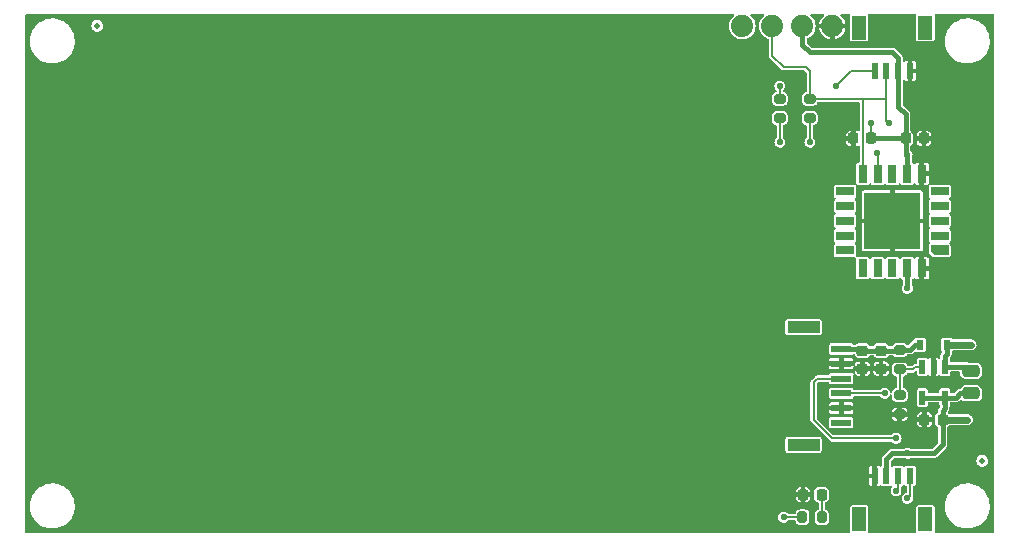
<source format=gtl>
%TF.GenerationSoftware,KiCad,Pcbnew,7.0.6*%
%TF.CreationDate,2024-01-20T21:08:05-07:00*%
%TF.ProjectId,SparkFun_AirQuality_Combo,53706172-6b46-4756-9e5f-416972517561,rev?*%
%TF.SameCoordinates,Original*%
%TF.FileFunction,Copper,L1,Top*%
%TF.FilePolarity,Positive*%
%FSLAX46Y46*%
G04 Gerber Fmt 4.6, Leading zero omitted, Abs format (unit mm)*
G04 Created by KiCad (PCBNEW 7.0.6) date 2024-01-20 21:08:05*
%MOMM*%
%LPD*%
G01*
G04 APERTURE LIST*
G04 Aperture macros list*
%AMRoundRect*
0 Rectangle with rounded corners*
0 $1 Rounding radius*
0 $2 $3 $4 $5 $6 $7 $8 $9 X,Y pos of 4 corners*
0 Add a 4 corners polygon primitive as box body*
4,1,4,$2,$3,$4,$5,$6,$7,$8,$9,$2,$3,0*
0 Add four circle primitives for the rounded corners*
1,1,$1+$1,$2,$3*
1,1,$1+$1,$4,$5*
1,1,$1+$1,$6,$7*
1,1,$1+$1,$8,$9*
0 Add four rect primitives between the rounded corners*
20,1,$1+$1,$2,$3,$4,$5,0*
20,1,$1+$1,$4,$5,$6,$7,0*
20,1,$1+$1,$6,$7,$8,$9,0*
20,1,$1+$1,$8,$9,$2,$3,0*%
%AMOutline5P*
0 Free polygon, 5 corners , with rotation*
0 The origin of the aperture is its center*
0 number of corners: always 5*
0 $1 to $10 corner X, Y*
0 $11 Rotation angle, in degrees counterclockwise*
0 create outline with 5 corners*
4,1,5,$1,$2,$3,$4,$5,$6,$7,$8,$9,$10,$1,$2,$11*%
%AMOutline6P*
0 Free polygon, 6 corners , with rotation*
0 The origin of the aperture is its center*
0 number of corners: always 6*
0 $1 to $12 corner X, Y*
0 $13 Rotation angle, in degrees counterclockwise*
0 create outline with 6 corners*
4,1,6,$1,$2,$3,$4,$5,$6,$7,$8,$9,$10,$11,$12,$1,$2,$13*%
%AMOutline7P*
0 Free polygon, 7 corners , with rotation*
0 The origin of the aperture is its center*
0 number of corners: always 7*
0 $1 to $14 corner X, Y*
0 $15 Rotation angle, in degrees counterclockwise*
0 create outline with 7 corners*
4,1,7,$1,$2,$3,$4,$5,$6,$7,$8,$9,$10,$11,$12,$13,$14,$1,$2,$15*%
%AMOutline8P*
0 Free polygon, 8 corners , with rotation*
0 The origin of the aperture is its center*
0 number of corners: always 8*
0 $1 to $16 corner X, Y*
0 $17 Rotation angle, in degrees counterclockwise*
0 create outline with 8 corners*
4,1,8,$1,$2,$3,$4,$5,$6,$7,$8,$9,$10,$11,$12,$13,$14,$15,$16,$1,$2,$17*%
G04 Aperture macros list end*
%TA.AperFunction,SMDPad,CuDef*%
%ADD10R,0.630000X0.830000*%
%TD*%
%TA.AperFunction,SMDPad,CuDef*%
%ADD11R,1.700000X0.600000*%
%TD*%
%TA.AperFunction,SMDPad,CuDef*%
%ADD12R,2.700000X1.000000*%
%TD*%
%TA.AperFunction,SMDPad,CuDef*%
%ADD13R,0.550000X1.200000*%
%TD*%
%TA.AperFunction,SMDPad,CuDef*%
%ADD14RoundRect,0.225000X-0.225000X-0.250000X0.225000X-0.250000X0.225000X0.250000X-0.225000X0.250000X0*%
%TD*%
%TA.AperFunction,SMDPad,CuDef*%
%ADD15RoundRect,0.218750X-0.218750X-0.256250X0.218750X-0.256250X0.218750X0.256250X-0.218750X0.256250X0*%
%TD*%
%TA.AperFunction,SMDPad,CuDef*%
%ADD16C,0.500000*%
%TD*%
%TA.AperFunction,SMDPad,CuDef*%
%ADD17RoundRect,0.250000X0.475000X-0.250000X0.475000X0.250000X-0.475000X0.250000X-0.475000X-0.250000X0*%
%TD*%
%TA.AperFunction,SMDPad,CuDef*%
%ADD18R,0.600000X1.350000*%
%TD*%
%TA.AperFunction,SMDPad,CuDef*%
%ADD19R,1.200000X2.000000*%
%TD*%
%TA.AperFunction,SMDPad,CuDef*%
%ADD20RoundRect,0.200000X0.275000X-0.200000X0.275000X0.200000X-0.275000X0.200000X-0.275000X-0.200000X0*%
%TD*%
%TA.AperFunction,SMDPad,CuDef*%
%ADD21RoundRect,0.225000X-0.250000X0.225000X-0.250000X-0.225000X0.250000X-0.225000X0.250000X0.225000X0*%
%TD*%
%TA.AperFunction,SMDPad,CuDef*%
%ADD22RoundRect,0.200000X-0.275000X0.200000X-0.275000X-0.200000X0.275000X-0.200000X0.275000X0.200000X0*%
%TD*%
%TA.AperFunction,ComponentPad*%
%ADD23C,1.879600*%
%TD*%
%TA.AperFunction,SMDPad,CuDef*%
%ADD24RoundRect,0.200000X-0.200000X-0.275000X0.200000X-0.275000X0.200000X0.275000X-0.200000X0.275000X0*%
%TD*%
%TA.AperFunction,SMDPad,CuDef*%
%ADD25Outline5P,-0.400000X0.750000X0.400000X0.750000X0.400000X-0.470000X0.120000X-0.750000X-0.400000X-0.750000X270.000000*%
%TD*%
%TA.AperFunction,SMDPad,CuDef*%
%ADD26R,1.500000X0.800000*%
%TD*%
%TA.AperFunction,SMDPad,CuDef*%
%ADD27R,0.800000X1.500000*%
%TD*%
%TA.AperFunction,SMDPad,CuDef*%
%ADD28R,4.800000X4.800000*%
%TD*%
%TA.AperFunction,SMDPad,CuDef*%
%ADD29RoundRect,0.225000X0.225000X0.250000X-0.225000X0.250000X-0.225000X-0.250000X0.225000X-0.250000X0*%
%TD*%
%TA.AperFunction,ViaPad*%
%ADD30C,0.560000*%
%TD*%
%TA.AperFunction,Conductor*%
%ADD31C,0.558800*%
%TD*%
%TA.AperFunction,Conductor*%
%ADD32C,0.406400*%
%TD*%
%TA.AperFunction,Conductor*%
%ADD33C,0.177800*%
%TD*%
G04 APERTURE END LIST*
D10*
%TO.P,D2,A,A*%
%TO.N,Net-(U5-SW)*%
X78302500Y16192500D03*
%TO.P,D2,C,C*%
%TO.N,5V*%
X76002500Y16192500D03*
%TD*%
D11*
%TO.P,U1,1,VDD*%
%TO.N,5V*%
X69340000Y15825000D03*
%TO.P,U1,2,GND*%
%TO.N,GND*%
X69340000Y14575000D03*
%TO.P,U1,3,SDA*%
%TO.N,SDA*%
X69340000Y13325000D03*
%TO.P,U1,4,SCL*%
%TO.N,SCL*%
X69340000Y12075000D03*
%TO.P,U1,5,SEL*%
%TO.N,GND*%
X69340000Y10825000D03*
%TO.P,U1,6,NC*%
%TO.N,unconnected-(U1-NC-Pad6)*%
X69340000Y9575000D03*
D12*
%TO.P,U1,NC1*%
%TO.N,N/C*%
X66140000Y7725000D03*
%TO.P,U1,NC2*%
X66140000Y17675000D03*
%TD*%
D13*
%TO.P,U5,1,SW*%
%TO.N,Net-(U5-SW)*%
X78102500Y14317600D03*
%TO.P,U5,2,GND*%
%TO.N,GND*%
X77152500Y14317600D03*
%TO.P,U5,3,FB*%
%TO.N,Net-(U5-FB)*%
X76202500Y14317600D03*
%TO.P,U5,4,~{SHDN}*%
%TO.N,3.3V*%
X76202500Y11717400D03*
%TO.P,U5,5,IN*%
X78102500Y11717400D03*
%TD*%
D14*
%TO.P,C4,1*%
%TO.N,3.3V*%
X74790000Y33655000D03*
%TO.P,C4,2*%
%TO.N,GND*%
X76340000Y33655000D03*
%TD*%
D15*
%TO.P,D1,1,K*%
%TO.N,GND*%
X66090700Y3492500D03*
%TO.P,D1,2,A*%
%TO.N,Net-(D1-A)*%
X67665700Y3492500D03*
%TD*%
D16*
%TO.P,FID3,*%
%TO.N,*%
X6350000Y43180000D03*
%TD*%
D17*
%TO.P,L2,1,1*%
%TO.N,3.3V*%
X80327500Y12067500D03*
%TO.P,L2,2,2*%
%TO.N,Net-(U5-SW)*%
X80327500Y13967500D03*
%TD*%
D18*
%TO.P,J1,1,Pin_1*%
%TO.N,GND*%
X72160000Y5080000D03*
%TO.P,J1,2,Pin_2*%
%TO.N,3.3V*%
X73160000Y5080000D03*
%TO.P,J1,3,Pin_3*%
%TO.N,SDA*%
X74160000Y5080000D03*
%TO.P,J1,4,Pin_4*%
%TO.N,SCL*%
X75160000Y5080000D03*
D19*
%TO.P,J1,NC1,NC*%
%TO.N,unconnected-(J1-NC-PadNC1)*%
X76460000Y1405000D03*
%TO.P,J1,NC2,NC*%
%TO.N,unconnected-(J1-NC-PadNC2)*%
X70860000Y1405000D03*
%TD*%
D16*
%TO.P,FID4,*%
%TO.N,*%
X81280000Y6350000D03*
%TD*%
D18*
%TO.P,J2,1,Pin_1*%
%TO.N,GND*%
X75160000Y39370000D03*
%TO.P,J2,2,Pin_2*%
%TO.N,3.3V*%
X74160000Y39370000D03*
%TO.P,J2,3,Pin_3*%
%TO.N,SDA*%
X73160000Y39370000D03*
%TO.P,J2,4,Pin_4*%
%TO.N,SCL*%
X72160000Y39370000D03*
D19*
%TO.P,J2,NC1,NC*%
%TO.N,unconnected-(J2-NC-PadNC1)*%
X70860000Y43045000D03*
%TO.P,J2,NC2,NC*%
%TO.N,unconnected-(J2-NC-PadNC2)*%
X76460000Y43045000D03*
%TD*%
D20*
%TO.P,R2,1*%
%TO.N,Net-(JP1-A)*%
X64135000Y35370000D03*
%TO.P,R2,2*%
%TO.N,SCL*%
X64135000Y37020000D03*
%TD*%
D21*
%TO.P,C9,1*%
%TO.N,5V*%
X72707500Y15697500D03*
%TO.P,C9,2*%
%TO.N,GND*%
X72707500Y14147500D03*
%TD*%
D22*
%TO.P,R6,1*%
%TO.N,Net-(U5-FB)*%
X74295000Y11937500D03*
%TO.P,R6,2*%
%TO.N,GND*%
X74295000Y10287500D03*
%TD*%
D23*
%TO.P,J3,1,Pin_1*%
%TO.N,GND*%
X68580000Y43180000D03*
%TO.P,J3,2,Pin_2*%
%TO.N,3.3V*%
X66040000Y43180000D03*
%TO.P,J3,3,Pin_3*%
%TO.N,SDA*%
X63500000Y43180000D03*
%TO.P,J3,4,Pin_4*%
%TO.N,SCL*%
X60960000Y43180000D03*
%TD*%
D24*
%TO.P,R3,1*%
%TO.N,Net-(JP2-A)*%
X66053200Y1587500D03*
%TO.P,R3,2*%
%TO.N,Net-(D1-A)*%
X67703200Y1587500D03*
%TD*%
D25*
%TO.P,U3,1,NC*%
%TO.N,unconnected-(U3-NC-Pad1)*%
X77660000Y24170000D03*
D26*
%TO.P,U3,2,NC*%
%TO.N,unconnected-(U3-NC-Pad2)*%
X77660000Y25420000D03*
%TO.P,U3,3,NC*%
%TO.N,unconnected-(U3-NC-Pad3)*%
X77660000Y26670000D03*
%TO.P,U3,4,NC*%
%TO.N,unconnected-(U3-NC-Pad4)*%
X77660000Y27920000D03*
%TO.P,U3,5,NC*%
%TO.N,unconnected-(U3-NC-Pad5)*%
X77660000Y29170000D03*
D27*
%TO.P,U3,6,GND*%
%TO.N,GND*%
X76160000Y30670000D03*
%TO.P,U3,7,VDD*%
%TO.N,3.3V*%
X74910000Y30670000D03*
%TO.P,U3,8,NC*%
%TO.N,unconnected-(U3-NC-Pad8)*%
X73660000Y30670000D03*
%TO.P,U3,9,SCL*%
%TO.N,SCL*%
X72410000Y30670000D03*
%TO.P,U3,10,SDA*%
%TO.N,SDA*%
X71160000Y30670000D03*
D26*
%TO.P,U3,11,NC*%
%TO.N,unconnected-(U3-NC-Pad11)*%
X69660000Y29170000D03*
%TO.P,U3,12,NC*%
%TO.N,unconnected-(U3-NC-Pad12)*%
X69660000Y27920000D03*
%TO.P,U3,13,NC*%
%TO.N,unconnected-(U3-NC-Pad13)*%
X69660000Y26670000D03*
%TO.P,U3,14,NC*%
%TO.N,unconnected-(U3-NC-Pad14)*%
X69660000Y25420000D03*
%TO.P,U3,15,NC*%
%TO.N,unconnected-(U3-NC-Pad15)*%
X69660000Y24170000D03*
D27*
%TO.P,U3,16,NC*%
%TO.N,unconnected-(U3-NC-Pad16)*%
X71160000Y22670000D03*
%TO.P,U3,17,NC*%
%TO.N,unconnected-(U3-NC-Pad17)*%
X72410000Y22670000D03*
%TO.P,U3,18,NC*%
%TO.N,unconnected-(U3-NC-Pad18)*%
X73660000Y22670000D03*
%TO.P,U3,19,VDDH*%
%TO.N,3.3V*%
X74910000Y22670000D03*
%TO.P,U3,20,GND*%
%TO.N,GND*%
X76160000Y22670000D03*
D28*
%TO.P,U3,21,GND*%
X73660000Y26670000D03*
%TD*%
D20*
%TO.P,R1,1*%
%TO.N,Net-(JP1-B)*%
X66675000Y35370000D03*
%TO.P,R1,2*%
%TO.N,SDA*%
X66675000Y37020000D03*
%TD*%
D29*
%TO.P,C3,1*%
%TO.N,3.3V*%
X71895000Y33655000D03*
%TO.P,C3,2*%
%TO.N,GND*%
X70345000Y33655000D03*
%TD*%
D22*
%TO.P,R5,1*%
%TO.N,5V*%
X74295000Y15747500D03*
%TO.P,R5,2*%
%TO.N,Net-(U5-FB)*%
X74295000Y14097500D03*
%TD*%
D21*
%TO.P,C5,1*%
%TO.N,5V*%
X71120000Y15697500D03*
%TO.P,C5,2*%
%TO.N,GND*%
X71120000Y14147500D03*
%TD*%
D29*
%TO.P,C7,1*%
%TO.N,3.3V*%
X77927500Y9842500D03*
%TO.P,C7,2*%
%TO.N,GND*%
X76377500Y9842500D03*
%TD*%
D30*
%TO.N,3.3V*%
X80010000Y9842500D03*
%TO.N,Net-(U5-SW)*%
X80327500Y16192500D03*
%TO.N,3.3V*%
X74930000Y6985000D03*
X74930000Y20955000D03*
X74910000Y32267484D03*
X71869200Y34925000D03*
%TO.N,GND*%
X76200000Y8572500D03*
X71755000Y28575000D03*
X77152500Y13017500D03*
X75565000Y24765000D03*
X69215000Y33972500D03*
X64770000Y4127500D03*
X72072500Y3810000D03*
X70802500Y10795000D03*
X72072500Y6350000D03*
X75565000Y28575000D03*
X71755000Y24765000D03*
X76200000Y32385000D03*
X75247500Y40640000D03*
X71120000Y13017500D03*
X77470000Y33655000D03*
X76200000Y39052500D03*
X76200000Y20955000D03*
%TO.N,SDA*%
X73977500Y8255000D03*
X73977500Y3810000D03*
X73342500Y34925000D03*
%TO.N,SCL*%
X73025000Y12065000D03*
X72390000Y32385000D03*
X68897500Y38100000D03*
X74930000Y3175000D03*
X64135000Y38100000D03*
%TO.N,Net-(JP1-A)*%
X64135000Y33337500D03*
%TO.N,Net-(JP1-B)*%
X66675000Y33337500D03*
%TO.N,Net-(JP2-A)*%
X64452500Y1587500D03*
%TD*%
D31*
%TO.N,3.3V*%
X80010000Y9842500D02*
X77927500Y9842500D01*
%TO.N,Net-(U5-SW)*%
X80327500Y16192500D02*
X78302500Y16192500D01*
D32*
%TO.N,3.3V*%
X66040000Y43180000D02*
X66040000Y41592500D01*
X71895000Y33655000D02*
X74790000Y33655000D01*
X66675000Y40957500D02*
X73660000Y40957500D01*
D33*
X71869200Y34925000D02*
X71869200Y33680800D01*
D32*
X73160000Y5080000D02*
X73160000Y6485000D01*
X73660000Y6985000D02*
X77152500Y6985000D01*
X77927500Y9842500D02*
X77927500Y10617500D01*
X78102500Y11717400D02*
X79027400Y11717400D01*
X73160000Y6485000D02*
X73660000Y6985000D01*
X66040000Y41592500D02*
X66675000Y40957500D01*
X74160000Y40457500D02*
X74160000Y39370000D01*
X76202500Y11717400D02*
X78102500Y11717400D01*
X74790000Y32387484D02*
X74790000Y33655000D01*
X77927500Y7760000D02*
X77927500Y9842500D01*
X77152500Y6985000D02*
X77927500Y7760000D01*
X74790000Y35700000D02*
X74790000Y33655000D01*
D33*
X71869200Y33680800D02*
X71895000Y33655000D01*
D32*
X78105000Y10795000D02*
X78102500Y10797500D01*
X77927500Y10617500D02*
X78105000Y10795000D01*
X74910000Y22670000D02*
X74910000Y20975000D01*
X74910000Y20975000D02*
X74930000Y20955000D01*
X74910000Y30670000D02*
X74910000Y32267484D01*
X78102500Y10797500D02*
X78102500Y11717400D01*
X73660000Y40957500D02*
X74160000Y40457500D01*
X79377500Y12067500D02*
X80327500Y12067500D01*
X79027400Y11717400D02*
X79377500Y12067500D01*
X74160000Y39370000D02*
X74160000Y36330000D01*
X74160000Y36330000D02*
X74790000Y35700000D01*
X74910000Y32267484D02*
X74790000Y32387484D01*
%TO.N,5V*%
X74295000Y15747500D02*
X75120000Y15747500D01*
X72707500Y15697500D02*
X74245000Y15697500D01*
X71120000Y15697500D02*
X72707500Y15697500D01*
X69340000Y15825000D02*
X70992500Y15825000D01*
X70992500Y15825000D02*
X71120000Y15697500D01*
X75565000Y16192500D02*
X76002500Y16192500D01*
X74245000Y15697500D02*
X74295000Y15747500D01*
X75120000Y15747500D02*
X75565000Y16192500D01*
D33*
%TO.N,Net-(D1-A)*%
X67703200Y1587500D02*
X67703200Y3455000D01*
X67703200Y3455000D02*
X67665700Y3492500D01*
%TO.N,SDA*%
X66992500Y9842500D02*
X68580000Y8255000D01*
X67300000Y13325000D02*
X66992500Y13017500D01*
X66675000Y39370000D02*
X66357500Y39687500D01*
X63500000Y40640000D02*
X63500000Y43180000D01*
X66675000Y37020000D02*
X66675000Y39370000D01*
X69340000Y13325000D02*
X67300000Y13325000D01*
X73160000Y39370000D02*
X73160000Y37020679D01*
X74160000Y3992500D02*
X73977500Y3810000D01*
X74160000Y5080000D02*
X74160000Y3992500D01*
X68580000Y8255000D02*
X73977500Y8255000D01*
X64452500Y39687500D02*
X63500000Y40640000D01*
X71160000Y36980000D02*
X71120000Y37020000D01*
X71120000Y37020000D02*
X73159321Y37020000D01*
X66357500Y39687500D02*
X64452500Y39687500D01*
X73342500Y34925000D02*
X73160000Y35107500D01*
X71160000Y30670000D02*
X71160000Y36980000D01*
X73159321Y37020000D02*
X73160000Y37020679D01*
X71120000Y37020000D02*
X66675000Y37020000D01*
X73160000Y35107500D02*
X73160000Y37020679D01*
X66992500Y13017500D02*
X66992500Y9842500D01*
%TO.N,SCL*%
X69340000Y12075000D02*
X73015000Y12075000D01*
X64135000Y37020000D02*
X64135000Y38100000D01*
X73015000Y12075000D02*
X73025000Y12065000D01*
X72410000Y32365000D02*
X72390000Y32385000D01*
X72160000Y39370000D02*
X70167500Y39370000D01*
X72410000Y30670000D02*
X72410000Y32365000D01*
X75160000Y3405000D02*
X75160000Y5080000D01*
X74930000Y3175000D02*
X75160000Y3405000D01*
X70167500Y39370000D02*
X68897500Y38100000D01*
%TO.N,Net-(JP1-A)*%
X64135000Y35370000D02*
X64135000Y33337500D01*
%TO.N,Net-(JP1-B)*%
X66675000Y35370000D02*
X66675000Y33337500D01*
%TO.N,Net-(JP2-A)*%
X64452500Y1587500D02*
X66053200Y1587500D01*
D32*
%TO.N,Net-(U5-SW)*%
X78302500Y16192500D02*
X78302500Y15437500D01*
X78302500Y15437500D02*
X78102500Y15237500D01*
X78102500Y14317600D02*
X79977400Y14317600D01*
X78102500Y15237500D02*
X78102500Y14317600D01*
X79977400Y14317600D02*
X80327500Y13967500D01*
D33*
%TO.N,Net-(U5-FB)*%
X75595100Y14317600D02*
X75375000Y14097500D01*
X75375000Y14097500D02*
X74295000Y14097500D01*
X76202500Y14317600D02*
X75595100Y14317600D01*
X74295000Y11937500D02*
X74295000Y14097500D01*
%TD*%
%TA.AperFunction,Conductor*%
%TO.N,GND*%
G36*
X60243903Y44174935D02*
G01*
X60273967Y44122864D01*
X60263526Y44063650D01*
X60246620Y44042641D01*
X60130173Y43936485D01*
X60005302Y43771129D01*
X60005300Y43771126D01*
X60005300Y43771125D01*
X59939984Y43639953D01*
X59912936Y43585634D01*
X59912934Y43585629D01*
X59856229Y43386335D01*
X59856229Y43386334D01*
X59837110Y43180001D01*
X59837110Y43180000D01*
X59856229Y42973667D01*
X59856229Y42973666D01*
X59910830Y42781768D01*
X59912936Y42774365D01*
X60005300Y42588875D01*
X60130174Y42423514D01*
X60221584Y42340183D01*
X60283305Y42283916D01*
X60283314Y42283910D01*
X60400759Y42211192D01*
X60459485Y42174830D01*
X60652707Y42099976D01*
X60652711Y42099976D01*
X60652715Y42099974D01*
X60754074Y42081027D01*
X60856393Y42061900D01*
X60856394Y42061900D01*
X61063606Y42061900D01*
X61063607Y42061900D01*
X61198741Y42087162D01*
X61267284Y42099974D01*
X61267286Y42099975D01*
X61267293Y42099976D01*
X61460515Y42174830D01*
X61636692Y42283914D01*
X61789826Y42423514D01*
X61914700Y42588875D01*
X62007064Y42774365D01*
X62063771Y42973670D01*
X62082890Y43180000D01*
X62063771Y43386330D01*
X62007064Y43585635D01*
X61914700Y43771125D01*
X61789826Y43936486D01*
X61712733Y44006766D01*
X61673380Y44042641D01*
X61645480Y44095903D01*
X61658343Y44154638D01*
X61705951Y44191364D01*
X61732598Y44195500D01*
X62727402Y44195500D01*
X62783903Y44174935D01*
X62813967Y44122864D01*
X62803526Y44063650D01*
X62786620Y44042641D01*
X62670173Y43936485D01*
X62545302Y43771129D01*
X62545300Y43771126D01*
X62545300Y43771125D01*
X62479984Y43639953D01*
X62452936Y43585634D01*
X62452934Y43585629D01*
X62396229Y43386335D01*
X62396229Y43386334D01*
X62377110Y43180001D01*
X62377110Y43180000D01*
X62396229Y42973667D01*
X62396229Y42973666D01*
X62450830Y42781768D01*
X62452936Y42774365D01*
X62545300Y42588875D01*
X62670174Y42423514D01*
X62761584Y42340183D01*
X62823305Y42283916D01*
X62823314Y42283910D01*
X62940759Y42211192D01*
X62999485Y42174830D01*
X62999489Y42174829D01*
X62999488Y42174829D01*
X63176653Y42106195D01*
X63221910Y42066609D01*
X63232800Y42024231D01*
X63232800Y40674981D01*
X63231111Y40657832D01*
X63227564Y40640001D01*
X63248303Y40535742D01*
X63278849Y40490028D01*
X63307356Y40447362D01*
X63307360Y40447358D01*
X63322470Y40437262D01*
X63335792Y40426330D01*
X64238831Y39523291D01*
X64249762Y39509970D01*
X64259859Y39494859D01*
X64348244Y39435803D01*
X64426182Y39420300D01*
X64426183Y39420300D01*
X64452500Y39415065D01*
X64470326Y39418612D01*
X64487475Y39420300D01*
X66210412Y39420300D01*
X66266913Y39399735D01*
X66272566Y39394555D01*
X66382054Y39285068D01*
X66407465Y39230574D01*
X66407800Y39222913D01*
X66407800Y37680689D01*
X66387235Y37624188D01*
X66335164Y37594124D01*
X66332603Y37593712D01*
X66290565Y37587587D01*
X66290563Y37587587D01*
X66290561Y37587586D01*
X66290559Y37587585D01*
X66177142Y37532139D01*
X66087861Y37442858D01*
X66032415Y37329441D01*
X66032414Y37329439D01*
X66032413Y37329437D01*
X66032413Y37329435D01*
X66021700Y37255904D01*
X66021700Y36784096D01*
X66032413Y36710565D01*
X66032413Y36710564D01*
X66032414Y36710562D01*
X66032415Y36710560D01*
X66087861Y36597143D01*
X66087863Y36597141D01*
X66087864Y36597139D01*
X66177139Y36507864D01*
X66177140Y36507864D01*
X66177142Y36507862D01*
X66270386Y36462278D01*
X66290565Y36452413D01*
X66364096Y36441700D01*
X66364100Y36441700D01*
X66985899Y36441700D01*
X66985904Y36441700D01*
X67059435Y36452413D01*
X67172861Y36507864D01*
X67262136Y36597139D01*
X67314136Y36703507D01*
X67357425Y36745233D01*
X67393104Y36752800D01*
X70804900Y36752800D01*
X70861401Y36732235D01*
X70891465Y36680164D01*
X70892800Y36664900D01*
X70892800Y34336039D01*
X70872235Y34279538D01*
X70820164Y34249474D01*
X70764995Y34257719D01*
X70696022Y34292862D01*
X70696023Y34292862D01*
X70601701Y34307800D01*
X70548200Y34307800D01*
X70548200Y33002201D01*
X70548201Y33002200D01*
X70601700Y33002200D01*
X70601700Y33002201D01*
X70696023Y33017139D01*
X70696024Y33017139D01*
X70764994Y33052281D01*
X70824673Y33059609D01*
X70875100Y33026862D01*
X70892800Y32973962D01*
X70892800Y31686200D01*
X70872235Y31629699D01*
X70820164Y31599635D01*
X70804901Y31598300D01*
X70742436Y31598300D01*
X70742434Y31598299D01*
X70690434Y31587957D01*
X70690433Y31587957D01*
X70631454Y31548548D01*
X70631452Y31548546D01*
X70631209Y31548182D01*
X70592045Y31489569D01*
X70590531Y31481955D01*
X70581700Y31437560D01*
X70581700Y29902437D01*
X70581701Y29902435D01*
X70593733Y29841939D01*
X70590939Y29841384D01*
X70592991Y29794409D01*
X70556388Y29746707D01*
X70497686Y29733693D01*
X70488061Y29736272D01*
X70488060Y29736266D01*
X70479569Y29737955D01*
X70427561Y29748300D01*
X70427559Y29748300D01*
X68892436Y29748300D01*
X68892434Y29748299D01*
X68840434Y29737957D01*
X68840433Y29737957D01*
X68781454Y29698548D01*
X68781452Y29698546D01*
X68742045Y29639569D01*
X68731700Y29587560D01*
X68731700Y28752437D01*
X68731701Y28752435D01*
X68742043Y28700435D01*
X68742043Y28700434D01*
X68742044Y28700432D01*
X68742045Y28700431D01*
X68781453Y28641453D01*
X68816424Y28618086D01*
X68851977Y28569599D01*
X68848045Y28509600D01*
X68816426Y28471916D01*
X68781454Y28448548D01*
X68781452Y28448546D01*
X68742045Y28389569D01*
X68731700Y28337560D01*
X68731700Y27502437D01*
X68731701Y27502435D01*
X68742043Y27450435D01*
X68742043Y27450434D01*
X68742044Y27450432D01*
X68742045Y27450431D01*
X68781453Y27391453D01*
X68814930Y27369084D01*
X68816424Y27368086D01*
X68851978Y27319596D01*
X68848045Y27259598D01*
X68816424Y27221914D01*
X68781454Y27198548D01*
X68781452Y27198546D01*
X68742045Y27139569D01*
X68731700Y27087560D01*
X68731700Y26252437D01*
X68731701Y26252435D01*
X68742043Y26200435D01*
X68742043Y26200434D01*
X68742044Y26200432D01*
X68742045Y26200431D01*
X68781453Y26141453D01*
X68816424Y26118086D01*
X68851977Y26069599D01*
X68848045Y26009600D01*
X68816426Y25971916D01*
X68781454Y25948548D01*
X68781452Y25948546D01*
X68742045Y25889569D01*
X68731700Y25837560D01*
X68731700Y25002437D01*
X68731701Y25002435D01*
X68742043Y24950435D01*
X68742043Y24950434D01*
X68742044Y24950432D01*
X68742045Y24950431D01*
X68781453Y24891453D01*
X68814930Y24869084D01*
X68816424Y24868086D01*
X68851978Y24819596D01*
X68848045Y24759598D01*
X68816424Y24721914D01*
X68781454Y24698548D01*
X68781452Y24698546D01*
X68742045Y24639569D01*
X68731700Y24587560D01*
X68731700Y23752437D01*
X68731701Y23752435D01*
X68742043Y23700435D01*
X68742043Y23700434D01*
X68742044Y23700432D01*
X68742045Y23700431D01*
X68781453Y23641453D01*
X68840431Y23602045D01*
X68892439Y23591700D01*
X70427560Y23591701D01*
X70427563Y23591701D01*
X70427565Y23591702D01*
X70488061Y23603733D01*
X70488616Y23600938D01*
X70535572Y23602998D01*
X70583283Y23566405D01*
X70596310Y23507706D01*
X70593727Y23498062D01*
X70593734Y23498060D01*
X70592045Y23489570D01*
X70592045Y23489569D01*
X70590531Y23481955D01*
X70581700Y23437560D01*
X70581700Y21902437D01*
X70581701Y21902435D01*
X70592043Y21850435D01*
X70592043Y21850434D01*
X70592044Y21850432D01*
X70592045Y21850431D01*
X70631453Y21791453D01*
X70690431Y21752045D01*
X70742439Y21741700D01*
X71577560Y21741701D01*
X71577563Y21741701D01*
X71577565Y21741702D01*
X71629565Y21752044D01*
X71629566Y21752044D01*
X71629566Y21752045D01*
X71629569Y21752045D01*
X71688547Y21791453D01*
X71711915Y21826426D01*
X71760403Y21861978D01*
X71820401Y21858046D01*
X71858084Y21826427D01*
X71881453Y21791453D01*
X71940431Y21752045D01*
X71992439Y21741700D01*
X72827560Y21741701D01*
X72827563Y21741701D01*
X72827565Y21741702D01*
X72879565Y21752044D01*
X72879566Y21752044D01*
X72879566Y21752045D01*
X72879569Y21752045D01*
X72938547Y21791453D01*
X72961915Y21826426D01*
X73010403Y21861978D01*
X73070401Y21858046D01*
X73108084Y21826427D01*
X73131453Y21791453D01*
X73190431Y21752045D01*
X73242439Y21741700D01*
X74077560Y21741701D01*
X74077563Y21741701D01*
X74077565Y21741702D01*
X74129565Y21752044D01*
X74129566Y21752044D01*
X74129566Y21752045D01*
X74129569Y21752045D01*
X74188547Y21791453D01*
X74211915Y21826426D01*
X74260403Y21861978D01*
X74320401Y21858046D01*
X74358084Y21826427D01*
X74381453Y21791453D01*
X74440431Y21752045D01*
X74457747Y21748601D01*
X74509151Y21717410D01*
X74528500Y21662390D01*
X74528500Y21198195D01*
X74520557Y21161681D01*
X74485741Y21085445D01*
X74485740Y21085442D01*
X74466987Y20955004D01*
X74466987Y20954997D01*
X74485740Y20824561D01*
X74485742Y20824555D01*
X74540489Y20704675D01*
X74591497Y20645809D01*
X74626791Y20605078D01*
X74626793Y20605077D01*
X74626794Y20605076D01*
X74737653Y20533831D01*
X74737654Y20533831D01*
X74737657Y20533829D01*
X74823782Y20508541D01*
X74864101Y20496701D01*
X74864104Y20496701D01*
X74864106Y20496700D01*
X74864107Y20496700D01*
X74995893Y20496700D01*
X74995894Y20496700D01*
X74995896Y20496701D01*
X74995898Y20496701D01*
X75010927Y20501115D01*
X75122343Y20533829D01*
X75233209Y20605078D01*
X75319511Y20704676D01*
X75374258Y20824554D01*
X75393013Y20955000D01*
X75393013Y20955004D01*
X75374259Y21085440D01*
X75374258Y21085441D01*
X75374258Y21085446D01*
X75319511Y21205324D01*
X75319510Y21205325D01*
X75319510Y21205326D01*
X75319507Y21205330D01*
X75312968Y21212877D01*
X75291511Y21269045D01*
X75291500Y21270437D01*
X75291500Y21662390D01*
X75312065Y21718891D01*
X75362255Y21748602D01*
X75379569Y21752045D01*
X75438547Y21791453D01*
X75462216Y21826877D01*
X75510702Y21862428D01*
X75570700Y21858496D01*
X75608385Y21826876D01*
X75631811Y21791818D01*
X75631817Y21791812D01*
X75690624Y21752517D01*
X75742486Y21742201D01*
X75956800Y21742201D01*
X75956800Y22466800D01*
X76363200Y22466800D01*
X76363200Y21742202D01*
X76363201Y21742201D01*
X76577509Y21742201D01*
X76629375Y21752517D01*
X76688182Y21791812D01*
X76688188Y21791818D01*
X76727483Y21850625D01*
X76737800Y21902488D01*
X76737800Y22466800D01*
X76363200Y22466800D01*
X75956800Y22466800D01*
X75956800Y23597799D01*
X75956799Y23597800D01*
X76363200Y23597800D01*
X76363200Y22873201D01*
X76363201Y22873200D01*
X76737798Y22873200D01*
X76737799Y22873202D01*
X76737799Y23437509D01*
X76727483Y23489376D01*
X76688188Y23548183D01*
X76688182Y23548189D01*
X76629375Y23587484D01*
X76577513Y23597800D01*
X76363200Y23597800D01*
X75956799Y23597800D01*
X75742486Y23597800D01*
X75742484Y23597799D01*
X75690628Y23587486D01*
X75690624Y23587484D01*
X75631817Y23548189D01*
X75631810Y23548182D01*
X75608384Y23513124D01*
X75559894Y23477572D01*
X75499896Y23481506D01*
X75462214Y23513127D01*
X75438549Y23548544D01*
X75438547Y23548547D01*
X75379569Y23587955D01*
X75327561Y23598300D01*
X75327559Y23598300D01*
X74492436Y23598300D01*
X74492434Y23598299D01*
X74440434Y23587957D01*
X74440433Y23587957D01*
X74381454Y23548548D01*
X74381452Y23548546D01*
X74358086Y23513576D01*
X74309596Y23478022D01*
X74249598Y23481955D01*
X74211914Y23513576D01*
X74210916Y23515070D01*
X74188547Y23548547D01*
X74129569Y23587955D01*
X74077561Y23598300D01*
X74077559Y23598300D01*
X73242436Y23598300D01*
X73242434Y23598299D01*
X73190434Y23587957D01*
X73190433Y23587957D01*
X73131454Y23548548D01*
X73131452Y23548546D01*
X73108086Y23513576D01*
X73059596Y23478022D01*
X72999598Y23481955D01*
X72961914Y23513576D01*
X72960916Y23515070D01*
X72938547Y23548547D01*
X72879569Y23587955D01*
X72827561Y23598300D01*
X72827559Y23598300D01*
X71992436Y23598300D01*
X71992434Y23598299D01*
X71940434Y23587957D01*
X71940433Y23587957D01*
X71881454Y23548548D01*
X71881452Y23548546D01*
X71858086Y23513576D01*
X71809596Y23478022D01*
X71749598Y23481955D01*
X71711914Y23513576D01*
X71710916Y23515070D01*
X71688547Y23548547D01*
X71629569Y23587955D01*
X71577561Y23598300D01*
X71577559Y23598300D01*
X70742436Y23598300D01*
X70742434Y23598299D01*
X70681939Y23586267D01*
X70681383Y23589059D01*
X70634401Y23587011D01*
X70586702Y23623619D01*
X70573693Y23682322D01*
X70576270Y23691940D01*
X70576266Y23691940D01*
X70577955Y23700432D01*
X70588300Y23752439D01*
X70588299Y24587560D01*
X70588299Y24587561D01*
X70588299Y24587564D01*
X70588298Y24587566D01*
X70577956Y24639566D01*
X70577956Y24639567D01*
X70577955Y24639569D01*
X70538547Y24698547D01*
X70503574Y24721916D01*
X70468022Y24770403D01*
X70471954Y24830401D01*
X70503573Y24868085D01*
X70538547Y24891453D01*
X70577955Y24950431D01*
X70588300Y25002439D01*
X70588299Y25837560D01*
X70588299Y25837561D01*
X70588299Y25837564D01*
X70588298Y25837566D01*
X70577956Y25889566D01*
X70577956Y25889567D01*
X70577955Y25889569D01*
X70538547Y25948547D01*
X70538543Y25948550D01*
X70503574Y25971916D01*
X70468021Y26020405D01*
X70471955Y26080404D01*
X70503574Y26118086D01*
X70538547Y26141453D01*
X70577955Y26200431D01*
X70588300Y26252439D01*
X70588300Y26466800D01*
X71082201Y26466800D01*
X71082201Y24252492D01*
X71092516Y24200625D01*
X71131811Y24141818D01*
X71131817Y24141812D01*
X71190624Y24102517D01*
X71242487Y24092201D01*
X73456797Y24092201D01*
X73456798Y24092202D01*
X73863200Y24092202D01*
X73863201Y24092201D01*
X76077509Y24092201D01*
X76129375Y24102517D01*
X76188182Y24141812D01*
X76188188Y24141818D01*
X76227483Y24200625D01*
X76237800Y24252488D01*
X76237800Y26466800D01*
X73863201Y26466800D01*
X73863200Y26466799D01*
X73863200Y24092202D01*
X73456798Y24092202D01*
X73456799Y24092203D01*
X73456799Y26466800D01*
X71082201Y26466800D01*
X70588300Y26466800D01*
X70588299Y26873201D01*
X71082200Y26873201D01*
X71082201Y26873200D01*
X73456799Y26873200D01*
X73456799Y26873202D01*
X73863199Y26873202D01*
X73863201Y26873200D01*
X76237798Y26873200D01*
X76237799Y26873201D01*
X76237799Y29087509D01*
X76227483Y29139376D01*
X76188188Y29198183D01*
X76188182Y29198189D01*
X76129375Y29237484D01*
X76077513Y29247800D01*
X73863201Y29247800D01*
X73863199Y29247799D01*
X73863199Y26873202D01*
X73456799Y26873202D01*
X73456799Y29247799D01*
X73456798Y29247800D01*
X71242491Y29247800D01*
X71190624Y29237484D01*
X71131817Y29198189D01*
X71131811Y29198183D01*
X71092516Y29139376D01*
X71082200Y29087513D01*
X71082200Y26873201D01*
X70588299Y26873201D01*
X70588299Y27087560D01*
X70588299Y27087561D01*
X70588299Y27087564D01*
X70588298Y27087566D01*
X70577956Y27139566D01*
X70577956Y27139567D01*
X70577955Y27139569D01*
X70538547Y27198547D01*
X70503574Y27221916D01*
X70468022Y27270403D01*
X70471954Y27330401D01*
X70503573Y27368085D01*
X70538547Y27391453D01*
X70577955Y27450431D01*
X70588300Y27502439D01*
X70588299Y28337560D01*
X70588299Y28337561D01*
X70588299Y28337564D01*
X70588298Y28337566D01*
X70577956Y28389566D01*
X70577956Y28389567D01*
X70577955Y28389569D01*
X70538547Y28448547D01*
X70538543Y28448550D01*
X70503574Y28471916D01*
X70468021Y28520405D01*
X70471955Y28580404D01*
X70503574Y28618086D01*
X70538547Y28641453D01*
X70577955Y28700431D01*
X70588300Y28752439D01*
X70588299Y29587560D01*
X70588299Y29587561D01*
X70588299Y29587564D01*
X70588298Y29587566D01*
X70576267Y29648061D01*
X70579061Y29648617D01*
X70577005Y29695581D01*
X70613602Y29743288D01*
X70672302Y29756310D01*
X70681938Y29753729D01*
X70681940Y29753734D01*
X70690430Y29752046D01*
X70690431Y29752045D01*
X70742439Y29741700D01*
X71577560Y29741701D01*
X71577563Y29741701D01*
X71577565Y29741702D01*
X71629565Y29752044D01*
X71629566Y29752044D01*
X71629566Y29752045D01*
X71629569Y29752045D01*
X71688547Y29791453D01*
X71711915Y29826426D01*
X71760403Y29861978D01*
X71820401Y29858046D01*
X71858084Y29826427D01*
X71881453Y29791453D01*
X71940431Y29752045D01*
X71992439Y29741700D01*
X72827560Y29741701D01*
X72827563Y29741701D01*
X72827565Y29741702D01*
X72879565Y29752044D01*
X72879566Y29752044D01*
X72879566Y29752045D01*
X72879569Y29752045D01*
X72938547Y29791453D01*
X72961915Y29826426D01*
X73010403Y29861978D01*
X73070401Y29858046D01*
X73108084Y29826427D01*
X73131453Y29791453D01*
X73190431Y29752045D01*
X73242439Y29741700D01*
X74077560Y29741701D01*
X74077563Y29741701D01*
X74077565Y29741702D01*
X74129565Y29752044D01*
X74129566Y29752044D01*
X74129566Y29752045D01*
X74129569Y29752045D01*
X74188547Y29791453D01*
X74211915Y29826426D01*
X74260403Y29861978D01*
X74320401Y29858046D01*
X74358084Y29826427D01*
X74381453Y29791453D01*
X74440431Y29752045D01*
X74492439Y29741700D01*
X75327560Y29741701D01*
X75327563Y29741701D01*
X75327565Y29741702D01*
X75379565Y29752044D01*
X75379566Y29752044D01*
X75379566Y29752045D01*
X75379569Y29752045D01*
X75438547Y29791453D01*
X75462216Y29826877D01*
X75510702Y29862428D01*
X75570700Y29858496D01*
X75608385Y29826876D01*
X75631811Y29791818D01*
X75631817Y29791812D01*
X75690624Y29752517D01*
X75742486Y29742201D01*
X75956800Y29742201D01*
X75956800Y29742202D01*
X76363200Y29742202D01*
X76363201Y29742201D01*
X76577509Y29742201D01*
X76637866Y29754205D01*
X76638387Y29751582D01*
X76685852Y29753662D01*
X76733561Y29717068D01*
X76746585Y29658368D01*
X76743472Y29646744D01*
X76731700Y29587560D01*
X76731700Y28752437D01*
X76731701Y28752435D01*
X76742043Y28700435D01*
X76742043Y28700434D01*
X76742044Y28700432D01*
X76742045Y28700431D01*
X76781453Y28641453D01*
X76816424Y28618086D01*
X76851977Y28569599D01*
X76848045Y28509600D01*
X76816426Y28471916D01*
X76781454Y28448548D01*
X76781452Y28448546D01*
X76742045Y28389569D01*
X76731700Y28337560D01*
X76731700Y27502437D01*
X76731701Y27502435D01*
X76742043Y27450435D01*
X76742043Y27450434D01*
X76742044Y27450432D01*
X76742045Y27450431D01*
X76781453Y27391453D01*
X76814930Y27369084D01*
X76816424Y27368086D01*
X76851978Y27319596D01*
X76848045Y27259598D01*
X76816424Y27221914D01*
X76781454Y27198548D01*
X76781452Y27198546D01*
X76742045Y27139569D01*
X76731700Y27087560D01*
X76731700Y26252437D01*
X76731701Y26252435D01*
X76742043Y26200435D01*
X76742043Y26200434D01*
X76742044Y26200432D01*
X76742045Y26200431D01*
X76781453Y26141453D01*
X76816424Y26118086D01*
X76851977Y26069599D01*
X76848045Y26009600D01*
X76816426Y25971916D01*
X76781454Y25948548D01*
X76781452Y25948546D01*
X76742045Y25889569D01*
X76731700Y25837560D01*
X76731700Y25002437D01*
X76731701Y25002435D01*
X76742043Y24950435D01*
X76742043Y24950434D01*
X76742044Y24950432D01*
X76742045Y24950431D01*
X76781453Y24891453D01*
X76814930Y24869084D01*
X76816424Y24868086D01*
X76851978Y24819596D01*
X76848045Y24759598D01*
X76816424Y24721914D01*
X76781454Y24698548D01*
X76781452Y24698546D01*
X76742045Y24639569D01*
X76731700Y24587560D01*
X76731700Y24032437D01*
X76742045Y23980431D01*
X76771505Y23936341D01*
X77076341Y23631506D01*
X77120431Y23602045D01*
X77172439Y23591700D01*
X78427560Y23591701D01*
X78427563Y23591701D01*
X78427565Y23591702D01*
X78479565Y23602044D01*
X78479566Y23602044D01*
X78479566Y23602045D01*
X78479569Y23602045D01*
X78538547Y23641453D01*
X78577955Y23700431D01*
X78588300Y23752439D01*
X78588299Y24587560D01*
X78588299Y24587561D01*
X78588299Y24587564D01*
X78588298Y24587566D01*
X78577956Y24639566D01*
X78577956Y24639567D01*
X78577955Y24639569D01*
X78538547Y24698547D01*
X78503574Y24721916D01*
X78468022Y24770403D01*
X78471954Y24830401D01*
X78503573Y24868085D01*
X78538547Y24891453D01*
X78577955Y24950431D01*
X78588300Y25002439D01*
X78588299Y25837560D01*
X78588299Y25837561D01*
X78588299Y25837564D01*
X78588298Y25837566D01*
X78577956Y25889566D01*
X78577956Y25889567D01*
X78577955Y25889569D01*
X78538547Y25948547D01*
X78538543Y25948550D01*
X78503574Y25971916D01*
X78468021Y26020405D01*
X78471955Y26080404D01*
X78503574Y26118086D01*
X78538547Y26141453D01*
X78577955Y26200431D01*
X78588300Y26252439D01*
X78588299Y27087560D01*
X78588299Y27087561D01*
X78588299Y27087564D01*
X78588298Y27087566D01*
X78577956Y27139566D01*
X78577956Y27139567D01*
X78577955Y27139569D01*
X78538547Y27198547D01*
X78503574Y27221916D01*
X78468022Y27270403D01*
X78471954Y27330401D01*
X78503573Y27368085D01*
X78538547Y27391453D01*
X78577955Y27450431D01*
X78588300Y27502439D01*
X78588299Y28337560D01*
X78588299Y28337561D01*
X78588299Y28337564D01*
X78588298Y28337566D01*
X78577956Y28389566D01*
X78577956Y28389567D01*
X78577955Y28389569D01*
X78538547Y28448547D01*
X78538543Y28448550D01*
X78503574Y28471916D01*
X78468021Y28520405D01*
X78471955Y28580404D01*
X78503574Y28618086D01*
X78538547Y28641453D01*
X78577955Y28700431D01*
X78588300Y28752439D01*
X78588299Y29587560D01*
X78588299Y29587561D01*
X78588299Y29587564D01*
X78588298Y29587566D01*
X78577956Y29639566D01*
X78577956Y29639567D01*
X78577955Y29639569D01*
X78538547Y29698547D01*
X78479569Y29737955D01*
X78427561Y29748300D01*
X78427559Y29748300D01*
X76892436Y29748300D01*
X76892434Y29748299D01*
X76831939Y29736267D01*
X76831432Y29738815D01*
X76783738Y29736735D01*
X76736038Y29773340D01*
X76723027Y29832042D01*
X76725975Y29843044D01*
X76737800Y29902488D01*
X76737800Y30466800D01*
X76363201Y30466800D01*
X76363200Y30466799D01*
X76363200Y29742202D01*
X75956800Y29742202D01*
X75956800Y30873201D01*
X76363200Y30873201D01*
X76363201Y30873200D01*
X76737798Y30873200D01*
X76737799Y30873202D01*
X76737799Y31437509D01*
X76727483Y31489376D01*
X76688188Y31548183D01*
X76688182Y31548189D01*
X76629375Y31587484D01*
X76577513Y31597800D01*
X76363201Y31597800D01*
X76363200Y31597799D01*
X76363200Y30873201D01*
X75956800Y30873201D01*
X75956800Y31597799D01*
X75956799Y31597800D01*
X75742486Y31597800D01*
X75742484Y31597799D01*
X75690628Y31587486D01*
X75690624Y31587484D01*
X75631817Y31548189D01*
X75631810Y31548182D01*
X75608384Y31513124D01*
X75559894Y31477572D01*
X75499896Y31481506D01*
X75462214Y31513127D01*
X75438549Y31548544D01*
X75438547Y31548547D01*
X75379569Y31587955D01*
X75362250Y31591400D01*
X75310847Y31622594D01*
X75291500Y31677611D01*
X75291500Y31980497D01*
X75299444Y32017012D01*
X75354256Y32137033D01*
X75354256Y32137035D01*
X75354258Y32137038D01*
X75365157Y32212843D01*
X75373013Y32267481D01*
X75373013Y32267488D01*
X75354259Y32397924D01*
X75354258Y32397925D01*
X75354258Y32397930D01*
X75299511Y32517808D01*
X75213209Y32617406D01*
X75213208Y32617407D01*
X75213204Y32617410D01*
X75211873Y32618265D01*
X75211207Y32619140D01*
X75208459Y32621521D01*
X75208957Y32622097D01*
X75175462Y32666114D01*
X75171500Y32692208D01*
X75171500Y32978242D01*
X75192065Y33034743D01*
X75219493Y33056562D01*
X75255009Y33074657D01*
X75345343Y33164991D01*
X75403342Y33278820D01*
X75418300Y33373261D01*
X75418300Y33373300D01*
X75712200Y33373300D01*
X75727138Y33278977D01*
X75727138Y33278976D01*
X75785063Y33165293D01*
X75875292Y33075064D01*
X75988975Y33017139D01*
X76083299Y33002201D01*
X76083300Y33002200D01*
X76136799Y33002200D01*
X76136800Y33002201D01*
X76543200Y33002201D01*
X76543201Y33002200D01*
X76596700Y33002200D01*
X76596700Y33002201D01*
X76691023Y33017139D01*
X76691024Y33017139D01*
X76804707Y33075064D01*
X76894936Y33165293D01*
X76952861Y33278976D01*
X76952861Y33278977D01*
X76967799Y33373300D01*
X76967800Y33373300D01*
X76967800Y33451799D01*
X76967799Y33451800D01*
X76543201Y33451800D01*
X76543200Y33451799D01*
X76543200Y33002201D01*
X76136800Y33002201D01*
X76136800Y33451799D01*
X76136799Y33451800D01*
X75712201Y33451800D01*
X75712200Y33451799D01*
X75712200Y33373300D01*
X75418300Y33373300D01*
X75418299Y33858201D01*
X75712200Y33858201D01*
X75712201Y33858200D01*
X76136799Y33858200D01*
X76136800Y33858202D01*
X76543200Y33858202D01*
X76543201Y33858200D01*
X76967799Y33858200D01*
X76967800Y33858201D01*
X76967800Y33936701D01*
X76952861Y34031024D01*
X76952861Y34031025D01*
X76894936Y34144708D01*
X76804707Y34234937D01*
X76691024Y34292862D01*
X76596701Y34307800D01*
X76543201Y34307800D01*
X76543200Y34307799D01*
X76543200Y33858202D01*
X76136800Y33858202D01*
X76136800Y34307799D01*
X76136799Y34307800D01*
X76083299Y34307800D01*
X75988976Y34292862D01*
X75988975Y34292862D01*
X75875292Y34234937D01*
X75785063Y34144708D01*
X75727138Y34031025D01*
X75727138Y34031024D01*
X75712200Y33936701D01*
X75712200Y33858201D01*
X75418299Y33858201D01*
X75418299Y33936738D01*
X75403342Y34031180D01*
X75345343Y34145009D01*
X75255009Y34235343D01*
X75255006Y34235345D01*
X75219492Y34253441D01*
X75178487Y34297416D01*
X75171500Y34331759D01*
X75171500Y35651317D01*
X75173371Y35669357D01*
X75175486Y35679441D01*
X75176445Y35684016D01*
X75171838Y35720977D01*
X75171500Y35726419D01*
X75171500Y35731609D01*
X75167595Y35755008D01*
X75162877Y35792861D01*
X75160696Y35810360D01*
X75160694Y35810363D01*
X75158617Y35817344D01*
X75159127Y35817497D01*
X75158687Y35818872D01*
X75158182Y35818698D01*
X75155817Y35825589D01*
X75129276Y35874632D01*
X75129275Y35874633D01*
X75104777Y35924746D01*
X75104775Y35924748D01*
X75104775Y35924749D01*
X75100547Y35930671D01*
X75100979Y35930980D01*
X75100114Y35932141D01*
X75099694Y35931813D01*
X75095218Y35937564D01*
X75083555Y35948300D01*
X75054192Y35975331D01*
X74567244Y36462279D01*
X74541834Y36516772D01*
X74541500Y36524433D01*
X74541500Y38488034D01*
X74562065Y38544535D01*
X74580563Y38561119D01*
X74588547Y38566453D01*
X74588551Y38566460D01*
X74594668Y38572575D01*
X74596197Y38571046D01*
X74635698Y38600013D01*
X74695697Y38596084D01*
X74724593Y38571837D01*
X74725693Y38572936D01*
X74731817Y38566812D01*
X74790624Y38527517D01*
X74842486Y38517201D01*
X74956800Y38517201D01*
X74956800Y39166800D01*
X75363200Y39166800D01*
X75363200Y38517202D01*
X75363201Y38517201D01*
X75477509Y38517201D01*
X75529375Y38527517D01*
X75588182Y38566812D01*
X75588188Y38566818D01*
X75627483Y38625625D01*
X75637800Y38677488D01*
X75637800Y39166799D01*
X75637799Y39166800D01*
X75363200Y39166800D01*
X74956800Y39166800D01*
X74956800Y39573201D01*
X75363200Y39573201D01*
X75363201Y39573200D01*
X75637798Y39573200D01*
X75637798Y39573201D01*
X75637799Y40062509D01*
X75627483Y40114376D01*
X75588188Y40173183D01*
X75588182Y40173189D01*
X75529375Y40212484D01*
X75477513Y40222800D01*
X75363201Y40222800D01*
X75363200Y40222799D01*
X75363200Y39573201D01*
X74956800Y39573201D01*
X74956800Y40222800D01*
X74842486Y40222800D01*
X74842484Y40222799D01*
X74790628Y40212486D01*
X74790624Y40212484D01*
X74731817Y40173189D01*
X74725693Y40167064D01*
X74724058Y40168699D01*
X74684894Y40139985D01*
X74624896Y40143921D01*
X74595679Y40168437D01*
X74594668Y40167425D01*
X74588549Y40173544D01*
X74588547Y40173547D01*
X74588543Y40173550D01*
X74580562Y40178883D01*
X74545010Y40227374D01*
X74541500Y40251967D01*
X74541500Y40408817D01*
X74543371Y40426857D01*
X74546445Y40441517D01*
X74541838Y40478477D01*
X74541500Y40483919D01*
X74541500Y40489109D01*
X74537595Y40512508D01*
X74532890Y40550255D01*
X74530696Y40567860D01*
X74530694Y40567863D01*
X74528617Y40574844D01*
X74529127Y40574997D01*
X74528687Y40576372D01*
X74528182Y40576198D01*
X74525817Y40583089D01*
X74499276Y40632132D01*
X74486712Y40657832D01*
X74474777Y40682246D01*
X74474775Y40682248D01*
X74474775Y40682249D01*
X74470547Y40688171D01*
X74470979Y40688480D01*
X74470114Y40689641D01*
X74469694Y40689313D01*
X74465218Y40695064D01*
X74451074Y40708084D01*
X74424192Y40732831D01*
X73964184Y41192839D01*
X73952751Y41206919D01*
X73944560Y41219456D01*
X73915170Y41242332D01*
X73911087Y41245937D01*
X73907413Y41249610D01*
X73907406Y41249617D01*
X73888099Y41263402D01*
X73859822Y41285409D01*
X73844085Y41297658D01*
X73844083Y41297659D01*
X73837680Y41301125D01*
X73837931Y41301590D01*
X73836646Y41302251D01*
X73836414Y41301776D01*
X73829872Y41304974D01*
X73829870Y41304975D01*
X73776413Y41320890D01*
X73776412Y41320890D01*
X73723662Y41339000D01*
X73716475Y41340199D01*
X73716562Y41340724D01*
X73715134Y41340932D01*
X73715069Y41340404D01*
X73707841Y41341305D01*
X73652116Y41339000D01*
X66869433Y41339000D01*
X66812932Y41359565D01*
X66807278Y41364745D01*
X66447245Y41724779D01*
X66421834Y41779273D01*
X66421500Y41786934D01*
X66421500Y41840375D01*
X78104685Y41840375D01*
X78104686Y41840368D01*
X78135129Y41563694D01*
X78193871Y41339000D01*
X78205533Y41294394D01*
X78314389Y41038235D01*
X78314390Y41038233D01*
X78459395Y40800633D01*
X78637437Y40586693D01*
X78637443Y40586687D01*
X78651526Y40574069D01*
X78844745Y40400944D01*
X78844747Y40400943D01*
X78844750Y40400940D01*
X79069924Y40251967D01*
X79076883Y40247363D01*
X79328909Y40129218D01*
X79328913Y40129217D01*
X79328915Y40129216D01*
X79378241Y40114376D01*
X79595451Y40049027D01*
X79595455Y40049027D01*
X79595457Y40049026D01*
X79660125Y40039509D01*
X79870828Y40008500D01*
X79870835Y40008500D01*
X80079493Y40008500D01*
X80183544Y40016116D01*
X80287601Y40023732D01*
X80559286Y40084252D01*
X80819263Y40183685D01*
X81061993Y40319911D01*
X81282301Y40490028D01*
X81475492Y40690408D01*
X81637449Y40916782D01*
X81764719Y41164325D01*
X81791904Y41244009D01*
X81825096Y41341305D01*
X81854591Y41427761D01*
X81905148Y41701474D01*
X81913005Y41916455D01*
X81915314Y41979628D01*
X81915314Y41979632D01*
X81910054Y42027439D01*
X81884871Y42256306D01*
X81814469Y42525599D01*
X81759193Y42655675D01*
X81705610Y42781766D01*
X81705609Y42781768D01*
X81705607Y42781772D01*
X81560607Y43019364D01*
X81560604Y43019368D01*
X81382562Y43233308D01*
X81382556Y43233314D01*
X81274678Y43329973D01*
X81175255Y43419056D01*
X81175253Y43419058D01*
X81175249Y43419061D01*
X80943124Y43572633D01*
X80943120Y43572635D01*
X80943117Y43572637D01*
X80691091Y43690782D01*
X80691089Y43690783D01*
X80691084Y43690785D01*
X80424551Y43770973D01*
X80424542Y43770975D01*
X80149182Y43811499D01*
X80149176Y43811500D01*
X80149172Y43811500D01*
X79940511Y43811500D01*
X79940507Y43811500D01*
X79732402Y43796269D01*
X79732396Y43796268D01*
X79460722Y43735751D01*
X79460710Y43735747D01*
X79200736Y43636315D01*
X78958002Y43500087D01*
X78958001Y43500086D01*
X78737699Y43329973D01*
X78737696Y43329970D01*
X78544513Y43129599D01*
X78544505Y43129589D01*
X78382557Y42903228D01*
X78382550Y42903217D01*
X78255279Y42655674D01*
X78165409Y42392242D01*
X78114851Y42118521D01*
X78104685Y41840375D01*
X66421500Y41840375D01*
X66421500Y42068512D01*
X66442065Y42125013D01*
X66477643Y42150474D01*
X66540515Y42174830D01*
X66716692Y42283914D01*
X66869826Y42423514D01*
X66994700Y42588875D01*
X67087064Y42774365D01*
X67143771Y42973670D01*
X67162890Y43180000D01*
X67143771Y43386330D01*
X67087064Y43585635D01*
X66994700Y43771125D01*
X66869826Y43936486D01*
X66792733Y44006766D01*
X66753380Y44042641D01*
X66725480Y44095903D01*
X66738343Y44154638D01*
X66785951Y44191364D01*
X66812598Y44195500D01*
X67808144Y44195500D01*
X67864645Y44174935D01*
X67894709Y44122864D01*
X67884268Y44063650D01*
X67867362Y44042641D01*
X67750546Y43936149D01*
X67750542Y43936145D01*
X67625727Y43770863D01*
X67533402Y43585450D01*
X67476726Y43386252D01*
X67476723Y43386240D01*
X67476442Y43383200D01*
X68110218Y43383200D01*
X68072000Y43253039D01*
X68072000Y43106961D01*
X68110218Y42976800D01*
X67476442Y42976800D01*
X67476723Y42973761D01*
X67476726Y42973749D01*
X67533402Y42774551D01*
X67625727Y42589138D01*
X67750542Y42423856D01*
X67750546Y42423852D01*
X67903607Y42284317D01*
X67903616Y42284311D01*
X68079704Y42175282D01*
X68079717Y42175276D01*
X68272840Y42100460D01*
X68272843Y42100459D01*
X68376800Y42081027D01*
X68376800Y42714331D01*
X68435408Y42687565D01*
X68543666Y42672000D01*
X68616334Y42672000D01*
X68724592Y42687565D01*
X68783200Y42714331D01*
X68783200Y42081027D01*
X68887156Y42100459D01*
X68887159Y42100460D01*
X69080282Y42175276D01*
X69080295Y42175282D01*
X69256383Y42284311D01*
X69256392Y42284317D01*
X69409453Y42423852D01*
X69409457Y42423856D01*
X69534272Y42589138D01*
X69626597Y42774551D01*
X69683273Y42973749D01*
X69683276Y42973761D01*
X69683558Y42976800D01*
X69049782Y42976800D01*
X69088000Y43106961D01*
X69088000Y43253039D01*
X69049782Y43383200D01*
X69683558Y43383200D01*
X69683276Y43386240D01*
X69683273Y43386252D01*
X69626597Y43585450D01*
X69534272Y43770863D01*
X69409457Y43936145D01*
X69409453Y43936149D01*
X69292638Y44042641D01*
X69264738Y44095903D01*
X69277601Y44154638D01*
X69325209Y44191364D01*
X69351856Y44195500D01*
X70001037Y44195500D01*
X70057538Y44174935D01*
X70087602Y44122864D01*
X70087248Y44090452D01*
X70081700Y44062560D01*
X70081700Y42027437D01*
X70081701Y42027435D01*
X70092043Y41975435D01*
X70092043Y41975434D01*
X70092044Y41975432D01*
X70092045Y41975431D01*
X70131453Y41916453D01*
X70190431Y41877045D01*
X70242439Y41866700D01*
X71477560Y41866701D01*
X71477563Y41866701D01*
X71477565Y41866702D01*
X71529565Y41877044D01*
X71529566Y41877044D01*
X71529566Y41877045D01*
X71529569Y41877045D01*
X71588547Y41916453D01*
X71627955Y41975431D01*
X71638300Y42027439D01*
X71638299Y44062560D01*
X71638299Y44062561D01*
X71638299Y44062564D01*
X71632752Y44090453D01*
X71641900Y44149880D01*
X71687106Y44189524D01*
X71718963Y44195500D01*
X75601037Y44195500D01*
X75657538Y44174935D01*
X75687602Y44122864D01*
X75687248Y44090452D01*
X75681700Y44062560D01*
X75681700Y42027437D01*
X75681701Y42027435D01*
X75692043Y41975435D01*
X75692043Y41975434D01*
X75692044Y41975432D01*
X75692045Y41975431D01*
X75731453Y41916453D01*
X75790431Y41877045D01*
X75842439Y41866700D01*
X77077560Y41866701D01*
X77077563Y41866701D01*
X77077565Y41866702D01*
X77129565Y41877044D01*
X77129566Y41877044D01*
X77129566Y41877045D01*
X77129569Y41877045D01*
X77188547Y41916453D01*
X77227955Y41975431D01*
X77238300Y42027439D01*
X77238299Y44062560D01*
X77238299Y44062561D01*
X77238299Y44062564D01*
X77232752Y44090453D01*
X77241900Y44149880D01*
X77287106Y44189524D01*
X77318963Y44195500D01*
X82207600Y44195500D01*
X82264101Y44174935D01*
X82294165Y44122864D01*
X82295500Y44107600D01*
X82295500Y342400D01*
X82274935Y285899D01*
X82222864Y255835D01*
X82207600Y254500D01*
X77318963Y254500D01*
X77262462Y275065D01*
X77232398Y327136D01*
X77232752Y359548D01*
X77238300Y387439D01*
X77238299Y2422560D01*
X77238299Y2422561D01*
X77238299Y2422564D01*
X77238298Y2422566D01*
X77228790Y2470375D01*
X78104685Y2470375D01*
X78104686Y2470368D01*
X78135129Y2193694D01*
X78202127Y1937420D01*
X78205533Y1924394D01*
X78314389Y1668235D01*
X78314390Y1668233D01*
X78314392Y1668229D01*
X78314393Y1668228D01*
X78443270Y1457054D01*
X78459395Y1430633D01*
X78637437Y1216693D01*
X78637443Y1216687D01*
X78652652Y1203060D01*
X78844745Y1030944D01*
X78844747Y1030943D01*
X78844750Y1030940D01*
X79076875Y877368D01*
X79076883Y877363D01*
X79328909Y759218D01*
X79328913Y759217D01*
X79328915Y759216D01*
X79478362Y714254D01*
X79595451Y679027D01*
X79595455Y679027D01*
X79595457Y679026D01*
X79660125Y669509D01*
X79870828Y638500D01*
X79870835Y638500D01*
X80079493Y638500D01*
X80183544Y646116D01*
X80287601Y653732D01*
X80559286Y714252D01*
X80819263Y813685D01*
X81061993Y949911D01*
X81282301Y1120028D01*
X81475492Y1320408D01*
X81637449Y1546782D01*
X81764719Y1794325D01*
X81779560Y1837826D01*
X81825311Y1971935D01*
X81854591Y2057761D01*
X81905148Y2331474D01*
X81915314Y2609632D01*
X81884871Y2886306D01*
X81814469Y3155599D01*
X81806226Y3174997D01*
X81705610Y3411766D01*
X81705609Y3411768D01*
X81705607Y3411772D01*
X81560607Y3649364D01*
X81522045Y3695701D01*
X81382562Y3863308D01*
X81382556Y3863314D01*
X81238374Y3992501D01*
X81175255Y4049056D01*
X81175253Y4049058D01*
X81175249Y4049061D01*
X80943124Y4202633D01*
X80943120Y4202635D01*
X80943117Y4202637D01*
X80691091Y4320782D01*
X80691089Y4320783D01*
X80691084Y4320785D01*
X80424551Y4400973D01*
X80424542Y4400975D01*
X80149182Y4441499D01*
X80149176Y4441500D01*
X80149172Y4441500D01*
X79940511Y4441500D01*
X79940507Y4441500D01*
X79732402Y4426269D01*
X79732396Y4426268D01*
X79460722Y4365751D01*
X79460710Y4365747D01*
X79200736Y4266315D01*
X78958002Y4130087D01*
X78958001Y4130086D01*
X78737699Y3959973D01*
X78737696Y3959970D01*
X78544513Y3759599D01*
X78544505Y3759589D01*
X78382557Y3533228D01*
X78382550Y3533217D01*
X78255279Y3285674D01*
X78165409Y3022242D01*
X78114851Y2748521D01*
X78104685Y2470375D01*
X77228790Y2470375D01*
X77227956Y2474566D01*
X77227956Y2474567D01*
X77227955Y2474569D01*
X77188547Y2533547D01*
X77129569Y2572955D01*
X77077561Y2583300D01*
X77077559Y2583300D01*
X75842436Y2583300D01*
X75842434Y2583299D01*
X75790434Y2572957D01*
X75790433Y2572957D01*
X75731454Y2533548D01*
X75731452Y2533546D01*
X75692045Y2474569D01*
X75681700Y2422560D01*
X75681700Y387437D01*
X75687248Y359547D01*
X75678100Y300120D01*
X75632894Y260476D01*
X75601037Y254500D01*
X71718963Y254500D01*
X71662462Y275065D01*
X71632398Y327136D01*
X71632752Y359548D01*
X71638300Y387439D01*
X71638299Y2422560D01*
X71638299Y2422561D01*
X71638299Y2422564D01*
X71638298Y2422566D01*
X71627956Y2474566D01*
X71627956Y2474567D01*
X71627955Y2474569D01*
X71588547Y2533547D01*
X71529569Y2572955D01*
X71477561Y2583300D01*
X71477559Y2583300D01*
X70242436Y2583300D01*
X70242434Y2583299D01*
X70190434Y2572957D01*
X70190433Y2572957D01*
X70131454Y2533548D01*
X70131452Y2533546D01*
X70092045Y2474569D01*
X70081700Y2422560D01*
X70081700Y387437D01*
X70087248Y359547D01*
X70078100Y300120D01*
X70032894Y260476D01*
X70001037Y254500D01*
X342400Y254500D01*
X285899Y275065D01*
X255835Y327136D01*
X254500Y342400D01*
X254500Y2470375D01*
X634685Y2470375D01*
X634686Y2470368D01*
X665129Y2193694D01*
X732127Y1937420D01*
X735533Y1924394D01*
X844389Y1668235D01*
X844390Y1668233D01*
X844392Y1668229D01*
X844393Y1668228D01*
X973270Y1457054D01*
X989395Y1430633D01*
X1167437Y1216693D01*
X1167443Y1216687D01*
X1182652Y1203060D01*
X1374745Y1030944D01*
X1374747Y1030943D01*
X1374750Y1030940D01*
X1606875Y877368D01*
X1606883Y877363D01*
X1858909Y759218D01*
X1858913Y759217D01*
X1858915Y759216D01*
X2008362Y714254D01*
X2125451Y679027D01*
X2125455Y679027D01*
X2125457Y679026D01*
X2190125Y669509D01*
X2400828Y638500D01*
X2400835Y638500D01*
X2609493Y638500D01*
X2713544Y646116D01*
X2817601Y653732D01*
X3089286Y714252D01*
X3349263Y813685D01*
X3591993Y949911D01*
X3812301Y1120028D01*
X4005492Y1320408D01*
X4167449Y1546782D01*
X4188382Y1587497D01*
X63989487Y1587497D01*
X64008240Y1457061D01*
X64008242Y1457055D01*
X64062989Y1337175D01*
X64103900Y1289962D01*
X64149291Y1237578D01*
X64149293Y1237577D01*
X64149294Y1237576D01*
X64260153Y1166331D01*
X64260154Y1166331D01*
X64260157Y1166329D01*
X64346282Y1141041D01*
X64386601Y1129201D01*
X64386604Y1129201D01*
X64386606Y1129200D01*
X64386607Y1129200D01*
X64518393Y1129200D01*
X64518394Y1129200D01*
X64518396Y1129201D01*
X64518398Y1129201D01*
X64533427Y1133615D01*
X64644843Y1166329D01*
X64755709Y1237578D01*
X64801099Y1289962D01*
X64853642Y1319196D01*
X64867530Y1320300D01*
X65392511Y1320300D01*
X65449012Y1299735D01*
X65479076Y1247664D01*
X65479488Y1245104D01*
X65485613Y1203065D01*
X65485613Y1203064D01*
X65485614Y1203062D01*
X65485615Y1203060D01*
X65541061Y1089643D01*
X65541063Y1089641D01*
X65541064Y1089639D01*
X65630339Y1000364D01*
X65630340Y1000364D01*
X65630342Y1000362D01*
X65731142Y951084D01*
X65743765Y944913D01*
X65817296Y934200D01*
X65817300Y934200D01*
X66289099Y934200D01*
X66289104Y934200D01*
X66362635Y944913D01*
X66476061Y1000364D01*
X66565336Y1089639D01*
X66620787Y1203065D01*
X66631500Y1276596D01*
X66631500Y1898404D01*
X66620787Y1971935D01*
X66602828Y2008671D01*
X66565338Y2085358D01*
X66565336Y2085360D01*
X66565336Y2085361D01*
X66476061Y2174636D01*
X66476059Y2174637D01*
X66476057Y2174639D01*
X66362640Y2230085D01*
X66362638Y2230086D01*
X66362636Y2230087D01*
X66362635Y2230087D01*
X66289104Y2240800D01*
X65817296Y2240800D01*
X65743765Y2230087D01*
X65743763Y2230087D01*
X65743761Y2230086D01*
X65743759Y2230085D01*
X65630342Y2174639D01*
X65541061Y2085358D01*
X65485615Y1971941D01*
X65485614Y1971939D01*
X65485613Y1971937D01*
X65485613Y1971935D01*
X65480585Y1937420D01*
X65479493Y1929926D01*
X65450996Y1876981D01*
X65395134Y1854739D01*
X65392511Y1854700D01*
X64867530Y1854700D01*
X64811029Y1875265D01*
X64801100Y1885038D01*
X64789518Y1898404D01*
X64755709Y1937422D01*
X64755706Y1937424D01*
X64755705Y1937425D01*
X64644846Y2008670D01*
X64644843Y2008671D01*
X64619553Y2016097D01*
X64518398Y2045800D01*
X64518394Y2045800D01*
X64386606Y2045800D01*
X64386601Y2045800D01*
X64260157Y2008671D01*
X64260153Y2008670D01*
X64149294Y1937425D01*
X64149289Y1937420D01*
X64062989Y1837826D01*
X64008242Y1717946D01*
X64008240Y1717940D01*
X63989487Y1587504D01*
X63989487Y1587497D01*
X4188382Y1587497D01*
X4294719Y1794325D01*
X4309560Y1837826D01*
X4355311Y1971935D01*
X4384591Y2057761D01*
X4435148Y2331474D01*
X4445314Y2609632D01*
X4414871Y2886306D01*
X4344469Y3155599D01*
X4336226Y3174997D01*
X4323458Y3205042D01*
X65475400Y3205042D01*
X65490106Y3112184D01*
X65547133Y3000261D01*
X65635960Y2911434D01*
X65747883Y2854407D01*
X65747882Y2854407D01*
X65840741Y2839701D01*
X65840742Y2839700D01*
X65887499Y2839700D01*
X65887500Y2839701D01*
X66293900Y2839701D01*
X66293901Y2839700D01*
X66340658Y2839700D01*
X66340658Y2839701D01*
X66433516Y2854407D01*
X66545439Y2911434D01*
X66634266Y3000261D01*
X66691293Y3112184D01*
X66705993Y3205006D01*
X67049900Y3205006D01*
X67049901Y3205004D01*
X67064625Y3112028D01*
X67064627Y3112022D01*
X67121723Y2999965D01*
X67121724Y2999964D01*
X67121726Y2999961D01*
X67210661Y2911026D01*
X67210663Y2911025D01*
X67210664Y2911024D01*
X67322724Y2853926D01*
X67331860Y2852480D01*
X67361850Y2847730D01*
X67414438Y2818581D01*
X67435987Y2762448D01*
X67436000Y2760912D01*
X67436000Y2305605D01*
X67415435Y2249104D01*
X67386706Y2226637D01*
X67280342Y2174639D01*
X67191061Y2085358D01*
X67135615Y1971941D01*
X67135614Y1971939D01*
X67135613Y1971937D01*
X67135613Y1971935D01*
X67124900Y1898404D01*
X67124900Y1898400D01*
X67124900Y1276601D01*
X67124899Y1276601D01*
X67124900Y1276596D01*
X67135613Y1203065D01*
X67135613Y1203064D01*
X67135614Y1203062D01*
X67135615Y1203060D01*
X67191061Y1089643D01*
X67191063Y1089641D01*
X67191064Y1089639D01*
X67280339Y1000364D01*
X67280340Y1000364D01*
X67280342Y1000362D01*
X67381142Y951084D01*
X67393765Y944913D01*
X67467296Y934200D01*
X67467300Y934200D01*
X67939099Y934200D01*
X67939104Y934200D01*
X68012635Y944913D01*
X68126061Y1000364D01*
X68215336Y1089639D01*
X68270787Y1203065D01*
X68281500Y1276596D01*
X68281500Y1898404D01*
X68270787Y1971935D01*
X68252828Y2008671D01*
X68215338Y2085358D01*
X68215336Y2085360D01*
X68215336Y2085361D01*
X68126061Y2174636D01*
X68126059Y2174637D01*
X68126057Y2174639D01*
X68019694Y2226637D01*
X67977966Y2269927D01*
X67970400Y2305605D01*
X67970400Y2780559D01*
X67990965Y2837060D01*
X68018390Y2858877D01*
X68120739Y2911026D01*
X68209674Y2999961D01*
X68266774Y3112025D01*
X68281500Y3205003D01*
X68281499Y3779996D01*
X68266774Y3872975D01*
X68266772Y3872979D01*
X68209676Y3985036D01*
X68209675Y3985037D01*
X68209674Y3985039D01*
X68120739Y4073974D01*
X68120736Y4073976D01*
X68120735Y4073977D01*
X68008675Y4131075D01*
X67938062Y4142258D01*
X67915697Y4145800D01*
X67915695Y4145800D01*
X67415705Y4145800D01*
X67415703Y4145799D01*
X67322727Y4131075D01*
X67322721Y4131073D01*
X67210664Y4073977D01*
X67121723Y3985036D01*
X67064625Y3872976D01*
X67064625Y3872975D01*
X67049900Y3779996D01*
X67049900Y3205006D01*
X66705993Y3205006D01*
X66705999Y3205042D01*
X66706000Y3205042D01*
X66706000Y3289299D01*
X66705999Y3289300D01*
X66293901Y3289300D01*
X66293900Y3289299D01*
X66293900Y2839701D01*
X65887500Y2839701D01*
X65887500Y3289299D01*
X65887499Y3289300D01*
X65475401Y3289300D01*
X65475400Y3289299D01*
X65475400Y3205042D01*
X4323458Y3205042D01*
X4235610Y3411766D01*
X4235609Y3411768D01*
X4235607Y3411772D01*
X4090607Y3649364D01*
X4052045Y3695701D01*
X65475400Y3695701D01*
X65475401Y3695700D01*
X65887499Y3695700D01*
X65887500Y3695701D01*
X65887500Y4145299D01*
X65887499Y4145300D01*
X66293900Y4145300D01*
X66293900Y3695701D01*
X66293901Y3695700D01*
X66705999Y3695700D01*
X66706000Y3695701D01*
X66706000Y3779959D01*
X66691293Y3872817D01*
X66634266Y3984740D01*
X66545439Y4073567D01*
X66433516Y4130594D01*
X66433517Y4130594D01*
X66340659Y4145300D01*
X66293900Y4145300D01*
X65887499Y4145300D01*
X65840741Y4145300D01*
X65747883Y4130594D01*
X65635960Y4073567D01*
X65547133Y3984740D01*
X65490106Y3872817D01*
X65475400Y3779959D01*
X65475400Y3695701D01*
X4052045Y3695701D01*
X3912562Y3863308D01*
X3912556Y3863314D01*
X3768374Y3992501D01*
X3705255Y4049056D01*
X3705253Y4049058D01*
X3705249Y4049061D01*
X3473124Y4202633D01*
X3473120Y4202635D01*
X3473117Y4202637D01*
X3221091Y4320782D01*
X3221089Y4320783D01*
X3221084Y4320785D01*
X2999360Y4387492D01*
X71682201Y4387492D01*
X71692516Y4335625D01*
X71731811Y4276818D01*
X71731817Y4276812D01*
X71790624Y4237517D01*
X71842486Y4227201D01*
X71956800Y4227201D01*
X71956800Y4227202D01*
X72363200Y4227202D01*
X72363201Y4227201D01*
X72477509Y4227201D01*
X72529375Y4237517D01*
X72588182Y4276812D01*
X72594307Y4282936D01*
X72595944Y4281299D01*
X72635085Y4310010D01*
X72695084Y4306089D01*
X72724319Y4281563D01*
X72725332Y4282575D01*
X72731450Y4276457D01*
X72731453Y4276453D01*
X72790431Y4237045D01*
X72842439Y4226700D01*
X73477560Y4226701D01*
X73477563Y4226701D01*
X73533667Y4237860D01*
X73593094Y4228713D01*
X73632738Y4183506D01*
X73634049Y4123393D01*
X73617245Y4094087D01*
X73587988Y4060323D01*
X73533242Y3940446D01*
X73533240Y3940440D01*
X73514487Y3810004D01*
X73514487Y3809997D01*
X73533240Y3679561D01*
X73533241Y3679556D01*
X73533242Y3679554D01*
X73554366Y3633300D01*
X73587989Y3559675D01*
X73618101Y3524925D01*
X73674291Y3460078D01*
X73674293Y3460077D01*
X73674294Y3460076D01*
X73785153Y3388831D01*
X73785154Y3388831D01*
X73785157Y3388829D01*
X73871282Y3363541D01*
X73911601Y3351701D01*
X73911604Y3351701D01*
X73911606Y3351700D01*
X73911607Y3351700D01*
X74043393Y3351700D01*
X74043394Y3351700D01*
X74043396Y3351701D01*
X74043398Y3351701D01*
X74058427Y3356115D01*
X74169843Y3388829D01*
X74280709Y3460078D01*
X74367011Y3559676D01*
X74421758Y3679554D01*
X74436199Y3779996D01*
X74440513Y3809997D01*
X74440513Y3810002D01*
X74424035Y3924604D01*
X74424828Y3954261D01*
X74432436Y3992500D01*
X74428888Y4010332D01*
X74427200Y4027480D01*
X74427200Y4144546D01*
X74447765Y4201047D01*
X74497953Y4230757D01*
X74529569Y4237045D01*
X74588547Y4276453D01*
X74588551Y4276460D01*
X74594668Y4282575D01*
X74596329Y4280914D01*
X74635401Y4309563D01*
X74695399Y4305632D01*
X74724212Y4281456D01*
X74725332Y4282575D01*
X74731450Y4276457D01*
X74731453Y4276453D01*
X74746626Y4266315D01*
X74790431Y4237045D01*
X74822048Y4230756D01*
X74873452Y4199564D01*
X74892800Y4144545D01*
X74892800Y3707527D01*
X74872235Y3651026D01*
X74829665Y3623188D01*
X74737657Y3596172D01*
X74737653Y3596170D01*
X74626794Y3524925D01*
X74626789Y3524920D01*
X74540489Y3425326D01*
X74485742Y3305446D01*
X74485740Y3305440D01*
X74466987Y3175004D01*
X74466987Y3174997D01*
X74485740Y3044561D01*
X74485742Y3044555D01*
X74540489Y2924675D01*
X74591497Y2865809D01*
X74626791Y2825078D01*
X74626793Y2825077D01*
X74626794Y2825076D01*
X74737653Y2753831D01*
X74737654Y2753831D01*
X74737657Y2753829D01*
X74823782Y2728541D01*
X74864101Y2716701D01*
X74864104Y2716701D01*
X74864106Y2716700D01*
X74864107Y2716700D01*
X74995893Y2716700D01*
X74995894Y2716700D01*
X74995896Y2716701D01*
X74995898Y2716701D01*
X75010927Y2721115D01*
X75122343Y2753829D01*
X75233209Y2825078D01*
X75319511Y2924676D01*
X75374258Y3044554D01*
X75393013Y3175000D01*
X75386236Y3222129D01*
X75398549Y3280978D01*
X75400135Y3283441D01*
X75411697Y3300743D01*
X75432435Y3405000D01*
X75428889Y3422828D01*
X75427200Y3439976D01*
X75427200Y4144546D01*
X75447765Y4201047D01*
X75497953Y4230757D01*
X75529569Y4237045D01*
X75588547Y4276453D01*
X75627955Y4335431D01*
X75638300Y4387439D01*
X75638299Y5772560D01*
X75638299Y5772561D01*
X75638299Y5772564D01*
X75638298Y5772566D01*
X75627956Y5824566D01*
X75627956Y5824567D01*
X75627955Y5824569D01*
X75588547Y5883547D01*
X75529569Y5922955D01*
X75477561Y5933300D01*
X75477559Y5933300D01*
X74842436Y5933300D01*
X74842434Y5933299D01*
X74790434Y5922957D01*
X74790433Y5922957D01*
X74731454Y5883548D01*
X74725332Y5877425D01*
X74723671Y5879086D01*
X74684591Y5850436D01*
X74624593Y5854373D01*
X74595786Y5878544D01*
X74594668Y5877425D01*
X74588549Y5883544D01*
X74588547Y5883547D01*
X74529569Y5922955D01*
X74477561Y5933300D01*
X74477559Y5933300D01*
X73842436Y5933300D01*
X73842434Y5933299D01*
X73790434Y5922957D01*
X73790433Y5922957D01*
X73731454Y5883548D01*
X73725332Y5877425D01*
X73723671Y5879086D01*
X73684591Y5850436D01*
X73624593Y5854373D01*
X73595786Y5878544D01*
X73594668Y5877425D01*
X73588549Y5883544D01*
X73588547Y5883547D01*
X73588543Y5883550D01*
X73580562Y5888883D01*
X73545010Y5937374D01*
X73541500Y5961967D01*
X73541500Y6290568D01*
X73562065Y6347069D01*
X73564748Y6349997D01*
X80774353Y6349997D01*
X80794833Y6207550D01*
X80794834Y6207545D01*
X80794835Y6207543D01*
X80854623Y6076627D01*
X80948872Y5967857D01*
X80948874Y5967856D01*
X80948875Y5967855D01*
X81045954Y5905466D01*
X81069947Y5890047D01*
X81208039Y5849500D01*
X81208040Y5849500D01*
X81351960Y5849500D01*
X81351961Y5849500D01*
X81490053Y5890047D01*
X81611128Y5967857D01*
X81705377Y6076627D01*
X81765165Y6207543D01*
X81785647Y6350000D01*
X81785647Y6350004D01*
X81765166Y6492451D01*
X81765165Y6492452D01*
X81765165Y6492457D01*
X81705377Y6623373D01*
X81611128Y6732143D01*
X81611126Y6732144D01*
X81611124Y6732146D01*
X81490054Y6809953D01*
X81490050Y6809954D01*
X81351967Y6850499D01*
X81351961Y6850500D01*
X81208039Y6850500D01*
X81208038Y6850500D01*
X81208032Y6850499D01*
X81069949Y6809954D01*
X81069945Y6809953D01*
X80948875Y6732146D01*
X80948870Y6732142D01*
X80854622Y6623372D01*
X80794835Y6492457D01*
X80794833Y6492451D01*
X80774353Y6350004D01*
X80774353Y6349997D01*
X73564748Y6349997D01*
X73567245Y6352723D01*
X73792278Y6577755D01*
X73846772Y6603166D01*
X73854433Y6603500D01*
X74650118Y6603500D01*
X74697640Y6589547D01*
X74737657Y6563829D01*
X74737656Y6563829D01*
X74864101Y6526701D01*
X74864104Y6526701D01*
X74864106Y6526700D01*
X74864107Y6526700D01*
X74995893Y6526700D01*
X74995894Y6526700D01*
X74995896Y6526701D01*
X74995898Y6526701D01*
X75046512Y6541563D01*
X75122343Y6563829D01*
X75162359Y6589547D01*
X75209882Y6603500D01*
X77103818Y6603500D01*
X77121855Y6601630D01*
X77136517Y6598555D01*
X77167593Y6602429D01*
X77173477Y6603162D01*
X77178919Y6603500D01*
X77184109Y6603500D01*
X77184111Y6603500D01*
X77207504Y6607404D01*
X77262860Y6614304D01*
X77262863Y6614306D01*
X77269844Y6616383D01*
X77269996Y6615870D01*
X77271366Y6616309D01*
X77271193Y6616815D01*
X77278080Y6619180D01*
X77278082Y6619182D01*
X77278086Y6619182D01*
X77327141Y6645730D01*
X77377246Y6670224D01*
X77377250Y6670229D01*
X77383179Y6674460D01*
X77383491Y6674023D01*
X77384644Y6674884D01*
X77384315Y6675307D01*
X77390060Y6679779D01*
X77390059Y6679779D01*
X77390062Y6679780D01*
X77427841Y6720820D01*
X78162842Y7455821D01*
X78176912Y7467246D01*
X78189456Y7475440D01*
X78200164Y7489200D01*
X78212334Y7504834D01*
X78215947Y7508925D01*
X78219614Y7512591D01*
X78219619Y7512598D01*
X78233399Y7531899D01*
X78267656Y7575913D01*
X78267658Y7575915D01*
X78267659Y7575920D01*
X78271124Y7582321D01*
X78271595Y7582066D01*
X78272256Y7583351D01*
X78271775Y7583586D01*
X78274975Y7590132D01*
X78290888Y7643583D01*
X78309000Y7696339D01*
X78309000Y7696346D01*
X78310199Y7703524D01*
X78310723Y7703437D01*
X78310931Y7704866D01*
X78310404Y7704931D01*
X78311305Y7712160D01*
X78309000Y7767895D01*
X78309000Y9165742D01*
X78329565Y9222243D01*
X78356993Y9244062D01*
X78392509Y9262157D01*
X78482843Y9352491D01*
X78482844Y9352494D01*
X78487734Y9357383D01*
X78489879Y9355238D01*
X78529846Y9382191D01*
X78551104Y9384800D01*
X79933645Y9384800D01*
X79942032Y9384200D01*
X79944106Y9384200D01*
X80075893Y9384200D01*
X80075894Y9384200D01*
X80110550Y9394377D01*
X80116376Y9395665D01*
X80146433Y9400194D01*
X80165059Y9409165D01*
X80178434Y9414309D01*
X80202341Y9421328D01*
X80202343Y9421329D01*
X80236020Y9442973D01*
X80240708Y9445596D01*
X80270744Y9460059D01*
X80283369Y9471775D01*
X80295627Y9481280D01*
X80313209Y9492578D01*
X80342075Y9525893D01*
X80345387Y9529319D01*
X80371886Y9553905D01*
X80378746Y9565790D01*
X80388439Y9579400D01*
X80399511Y9592176D01*
X80419574Y9636111D01*
X80421471Y9639792D01*
X80440874Y9673395D01*
X80443139Y9683324D01*
X80448876Y9700272D01*
X80454258Y9712054D01*
X80461764Y9764270D01*
X80462418Y9767789D01*
X80471576Y9807912D01*
X80471082Y9814501D01*
X80471731Y9833586D01*
X80473013Y9842500D01*
X80464805Y9899588D01*
X80464488Y9902486D01*
X80461265Y9945498D01*
X80460163Y9948306D01*
X80454980Y9967919D01*
X80454258Y9972946D01*
X80450156Y9981927D01*
X80427976Y10030495D01*
X80427042Y10032696D01*
X80410855Y10073940D01*
X80409499Y10076288D01*
X80399998Y10091756D01*
X80399511Y10092824D01*
X80372290Y10124239D01*
X80352854Y10146670D01*
X80324832Y10181809D01*
X80320004Y10186289D01*
X80320284Y10186592D01*
X80318135Y10188506D01*
X80317961Y10188304D01*
X80313212Y10192419D01*
X80313209Y10192422D01*
X80244458Y10236606D01*
X80210832Y10259531D01*
X80205084Y10262300D01*
X80203919Y10262952D01*
X80202339Y10263673D01*
X80099765Y10293791D01*
X80078332Y10300402D01*
X80077716Y10300539D01*
X80075895Y10300800D01*
X80075894Y10300800D01*
X79944106Y10300800D01*
X79942032Y10300800D01*
X79933645Y10300200D01*
X78551104Y10300200D01*
X78494603Y10320765D01*
X78487981Y10327865D01*
X78487734Y10327617D01*
X78482844Y10332507D01*
X78482843Y10332509D01*
X78397370Y10417982D01*
X78371960Y10472474D01*
X78387523Y10530552D01*
X78395562Y10539365D01*
X78395436Y10539472D01*
X78400139Y10545026D01*
X78400142Y10545028D01*
X78423733Y10584622D01*
X78425699Y10587630D01*
X78452475Y10625130D01*
X78453942Y10630061D01*
X78462680Y10649983D01*
X78465316Y10654404D01*
X78474771Y10699502D01*
X78475660Y10703009D01*
X78477760Y10710063D01*
X78488805Y10747159D01*
X78488592Y10752304D01*
X78490389Y10773979D01*
X78490786Y10775878D01*
X78491445Y10779016D01*
X78485743Y10824751D01*
X78485446Y10828339D01*
X78484000Y10863324D01*
X78484000Y10930398D01*
X78502378Y10980892D01*
X78501237Y10981655D01*
X78504355Y10986322D01*
X78504565Y10986898D01*
X78505212Y10987605D01*
X78506044Y10988852D01*
X78506047Y10988853D01*
X78545455Y11047831D01*
X78555800Y11099839D01*
X78555800Y11248001D01*
X78576365Y11304501D01*
X78628436Y11334565D01*
X78643700Y11335900D01*
X78978718Y11335900D01*
X78996755Y11334030D01*
X79011417Y11330955D01*
X79042493Y11334829D01*
X79048377Y11335562D01*
X79053819Y11335900D01*
X79059009Y11335900D01*
X79059011Y11335900D01*
X79082404Y11339804D01*
X79137760Y11346704D01*
X79137763Y11346706D01*
X79144744Y11348783D01*
X79144896Y11348270D01*
X79146266Y11348709D01*
X79146093Y11349215D01*
X79152980Y11351580D01*
X79152982Y11351582D01*
X79152986Y11351582D01*
X79202041Y11378130D01*
X79252146Y11402624D01*
X79252150Y11402629D01*
X79258079Y11406860D01*
X79258391Y11406423D01*
X79259544Y11407284D01*
X79259215Y11407707D01*
X79264960Y11412179D01*
X79264959Y11412179D01*
X79264962Y11412180D01*
X79302741Y11453220D01*
X79395239Y11545719D01*
X79449732Y11571129D01*
X79507810Y11555566D01*
X79528117Y11535759D01*
X79546220Y11511230D01*
X79546227Y11511223D01*
X79650108Y11434556D01*
X79650109Y11434555D01*
X79771971Y11391914D01*
X79771973Y11391914D01*
X79771975Y11391913D01*
X79800907Y11389200D01*
X80854092Y11389201D01*
X80883025Y11391913D01*
X80978623Y11425364D01*
X81004890Y11434555D01*
X81004890Y11434556D01*
X81004892Y11434556D01*
X81108775Y11511225D01*
X81185444Y11615108D01*
X81215708Y11701596D01*
X81228086Y11736972D01*
X81228087Y11736977D01*
X81228094Y11737048D01*
X81230800Y11765907D01*
X81230799Y12369092D01*
X81228087Y12398025D01*
X81197529Y12485355D01*
X81185445Y12519891D01*
X81185444Y12519892D01*
X81108777Y12623773D01*
X81108772Y12623778D01*
X81004891Y12700445D01*
X81004890Y12700446D01*
X80883028Y12743087D01*
X80883023Y12743088D01*
X80854094Y12745800D01*
X79800910Y12745800D01*
X79800899Y12745799D01*
X79771981Y12743088D01*
X79771977Y12743088D01*
X79771975Y12743087D01*
X79771971Y12743086D01*
X79771968Y12743085D01*
X79650109Y12700446D01*
X79650108Y12700445D01*
X79546227Y12623778D01*
X79546222Y12623773D01*
X79469555Y12519892D01*
X79466900Y12512303D01*
X79428828Y12465765D01*
X79394806Y12454110D01*
X79356523Y12449338D01*
X79351081Y12449000D01*
X79345886Y12449000D01*
X79328343Y12446073D01*
X79322495Y12445097D01*
X79318244Y12444567D01*
X79267138Y12438196D01*
X79260163Y12436119D01*
X79260012Y12436624D01*
X79258628Y12436180D01*
X79258799Y12435682D01*
X79251910Y12433318D01*
X79202858Y12406772D01*
X79152752Y12382276D01*
X79146828Y12378046D01*
X79146523Y12378473D01*
X79145358Y12377604D01*
X79145680Y12377190D01*
X79139937Y12372721D01*
X79102159Y12331682D01*
X78895122Y12124645D01*
X78840628Y12099234D01*
X78832967Y12098900D01*
X78643699Y12098900D01*
X78587198Y12119465D01*
X78557134Y12171536D01*
X78555799Y12186800D01*
X78555799Y12334965D01*
X78555798Y12334966D01*
X78545456Y12386966D01*
X78545456Y12386967D01*
X78541719Y12392560D01*
X78506047Y12445947D01*
X78447069Y12485355D01*
X78395061Y12495700D01*
X78395059Y12495700D01*
X77809936Y12495700D01*
X77809934Y12495699D01*
X77757934Y12485357D01*
X77757933Y12485357D01*
X77698954Y12445948D01*
X77698952Y12445946D01*
X77659545Y12386969D01*
X77649200Y12334960D01*
X77649200Y12186800D01*
X77628635Y12130299D01*
X77576564Y12100235D01*
X77561300Y12098900D01*
X76743699Y12098900D01*
X76687198Y12119465D01*
X76657134Y12171536D01*
X76655799Y12186800D01*
X76655799Y12334965D01*
X76655798Y12334966D01*
X76645456Y12386966D01*
X76645456Y12386967D01*
X76641719Y12392560D01*
X76606047Y12445947D01*
X76547069Y12485355D01*
X76495061Y12495700D01*
X76495059Y12495700D01*
X75909936Y12495700D01*
X75909934Y12495699D01*
X75857934Y12485357D01*
X75857933Y12485357D01*
X75798954Y12445948D01*
X75798952Y12445946D01*
X75759545Y12386969D01*
X75749200Y12334960D01*
X75749200Y11099837D01*
X75749201Y11099835D01*
X75759543Y11047835D01*
X75759543Y11047834D01*
X75759544Y11047832D01*
X75759545Y11047831D01*
X75798953Y10988853D01*
X75857931Y10949445D01*
X75909939Y10939100D01*
X76495060Y10939101D01*
X76495063Y10939101D01*
X76495065Y10939102D01*
X76547065Y10949444D01*
X76547066Y10949444D01*
X76547066Y10949445D01*
X76547069Y10949445D01*
X76606047Y10988853D01*
X76645455Y11047831D01*
X76655800Y11099839D01*
X76655800Y11248001D01*
X76676365Y11304501D01*
X76728436Y11334565D01*
X76743700Y11335900D01*
X77561301Y11335900D01*
X77617802Y11315335D01*
X77647866Y11263264D01*
X77649201Y11248000D01*
X77649201Y11099835D01*
X77659543Y11047835D01*
X77659543Y11047834D01*
X77659544Y11047832D01*
X77659545Y11047831D01*
X77680340Y11016709D01*
X77694632Y10958306D01*
X77669808Y10907970D01*
X77670017Y10907807D01*
X77669228Y10906794D01*
X77668038Y10904380D01*
X77666789Y10903207D01*
X77665545Y10902063D01*
X77642666Y10872668D01*
X77639061Y10868585D01*
X77635385Y10864910D01*
X77621599Y10845600D01*
X77587344Y10801589D01*
X77583876Y10795181D01*
X77583413Y10795432D01*
X77582750Y10794144D01*
X77583223Y10793912D01*
X77580026Y10787372D01*
X77580025Y10787370D01*
X77572845Y10763252D01*
X77564110Y10733914D01*
X77546000Y10681163D01*
X77544801Y10673975D01*
X77544277Y10674063D01*
X77544068Y10672632D01*
X77544596Y10672566D01*
X77543695Y10665340D01*
X77546000Y10609616D01*
X77546000Y10519259D01*
X77525435Y10462758D01*
X77498008Y10440941D01*
X77462493Y10422845D01*
X77372156Y10332508D01*
X77314157Y10218678D01*
X77299200Y10124238D01*
X77299200Y9560764D01*
X77299201Y9560762D01*
X77314157Y9466323D01*
X77314157Y9466322D01*
X77314158Y9466320D01*
X77372157Y9352491D01*
X77462491Y9262157D01*
X77498005Y9244062D01*
X77539012Y9200088D01*
X77546000Y9165742D01*
X77546000Y7954434D01*
X77525435Y7897933D01*
X77520255Y7892279D01*
X77020222Y7392245D01*
X76965728Y7366834D01*
X76958067Y7366500D01*
X75209882Y7366500D01*
X75162359Y7380454D01*
X75122341Y7406172D01*
X75122343Y7406172D01*
X74995898Y7443300D01*
X74995894Y7443300D01*
X74864106Y7443300D01*
X74864101Y7443300D01*
X74737657Y7406172D01*
X74697641Y7380454D01*
X74650118Y7366500D01*
X73708683Y7366500D01*
X73690645Y7368371D01*
X73675984Y7371445D01*
X73675983Y7371445D01*
X73639023Y7366838D01*
X73633581Y7366500D01*
X73628388Y7366500D01*
X73616691Y7364548D01*
X73604993Y7362596D01*
X73549640Y7355696D01*
X73549638Y7355696D01*
X73542661Y7353618D01*
X73542510Y7354123D01*
X73541129Y7353681D01*
X73541301Y7353182D01*
X73534413Y7350818D01*
X73485368Y7324277D01*
X73435257Y7299779D01*
X73429330Y7295547D01*
X73429023Y7295977D01*
X73427864Y7295113D01*
X73428188Y7294696D01*
X73422438Y7290221D01*
X73384669Y7249193D01*
X72924658Y6789183D01*
X72910585Y6777754D01*
X72898042Y6769559D01*
X72875166Y6740168D01*
X72871561Y6736085D01*
X72867885Y6732410D01*
X72854099Y6713100D01*
X72819844Y6669089D01*
X72816376Y6662681D01*
X72815913Y6662932D01*
X72815250Y6661644D01*
X72815723Y6661412D01*
X72812526Y6654872D01*
X72812525Y6654870D01*
X72801900Y6619182D01*
X72796610Y6601414D01*
X72778500Y6548663D01*
X72777301Y6541475D01*
X72776777Y6541563D01*
X72776568Y6540132D01*
X72777096Y6540066D01*
X72776194Y6532839D01*
X72778499Y6477117D01*
X72778499Y5961967D01*
X72757934Y5905466D01*
X72739439Y5888885D01*
X72731459Y5883553D01*
X72725332Y5877425D01*
X72723804Y5878953D01*
X72684282Y5849983D01*
X72624284Y5853924D01*
X72595405Y5878163D01*
X72594307Y5877064D01*
X72588182Y5883189D01*
X72529375Y5922484D01*
X72477513Y5932800D01*
X72363201Y5932800D01*
X72363200Y5932799D01*
X72363200Y4227202D01*
X71956800Y4227202D01*
X71956800Y4876799D01*
X71956799Y4876800D01*
X71682202Y4876800D01*
X71682201Y4876799D01*
X71682201Y4387492D01*
X2999360Y4387492D01*
X2954551Y4400973D01*
X2954542Y4400975D01*
X2679182Y4441499D01*
X2679176Y4441500D01*
X2679172Y4441500D01*
X2470511Y4441500D01*
X2470507Y4441500D01*
X2262402Y4426269D01*
X2262396Y4426268D01*
X1990722Y4365751D01*
X1990710Y4365747D01*
X1730736Y4266315D01*
X1488002Y4130087D01*
X1488001Y4130086D01*
X1267699Y3959973D01*
X1267696Y3959970D01*
X1074513Y3759599D01*
X1074505Y3759589D01*
X912557Y3533228D01*
X912550Y3533217D01*
X785279Y3285674D01*
X695409Y3022242D01*
X644851Y2748521D01*
X634685Y2470375D01*
X254500Y2470375D01*
X254500Y5283201D01*
X71682200Y5283201D01*
X71682201Y5283200D01*
X71956799Y5283200D01*
X71956800Y5283202D01*
X71956800Y5932800D01*
X71842486Y5932800D01*
X71842484Y5932799D01*
X71790628Y5922486D01*
X71790624Y5922484D01*
X71731817Y5883189D01*
X71731811Y5883183D01*
X71692516Y5824376D01*
X71682200Y5772513D01*
X71682200Y5283201D01*
X254500Y5283201D01*
X254500Y7207437D01*
X64611700Y7207437D01*
X64611701Y7207435D01*
X64622043Y7155435D01*
X64622043Y7155434D01*
X64622044Y7155432D01*
X64622045Y7155431D01*
X64661453Y7096453D01*
X64720431Y7057045D01*
X64772439Y7046700D01*
X67507560Y7046701D01*
X67507563Y7046701D01*
X67507565Y7046702D01*
X67559565Y7057044D01*
X67559566Y7057044D01*
X67559566Y7057045D01*
X67559569Y7057045D01*
X67618547Y7096453D01*
X67657955Y7155431D01*
X67668300Y7207439D01*
X67668299Y8242560D01*
X67668299Y8242561D01*
X67668299Y8242564D01*
X67668298Y8242566D01*
X67657956Y8294566D01*
X67657956Y8294567D01*
X67657955Y8294569D01*
X67618547Y8353547D01*
X67559569Y8392955D01*
X67507561Y8403300D01*
X67507559Y8403300D01*
X64772436Y8403300D01*
X64772434Y8403299D01*
X64720434Y8392957D01*
X64720433Y8392957D01*
X64661454Y8353548D01*
X64661452Y8353546D01*
X64622045Y8294569D01*
X64611700Y8242560D01*
X64611700Y7207437D01*
X254500Y7207437D01*
X254500Y9842501D01*
X66720064Y9842501D01*
X66735627Y9764260D01*
X66740803Y9738243D01*
X66755055Y9716914D01*
X66759875Y9709700D01*
X66799858Y9649860D01*
X66799860Y9649858D01*
X66814970Y9639762D01*
X66828292Y9628830D01*
X68366331Y8090791D01*
X68377262Y8077470D01*
X68387359Y8062359D01*
X68409671Y8047451D01*
X68475743Y8003303D01*
X68580000Y7982565D01*
X68597828Y7986111D01*
X68614976Y7987800D01*
X73562470Y7987800D01*
X73618971Y7967235D01*
X73628900Y7957462D01*
X73674291Y7905078D01*
X73674293Y7905077D01*
X73674294Y7905076D01*
X73785153Y7833831D01*
X73785154Y7833831D01*
X73785157Y7833829D01*
X73871282Y7808541D01*
X73911601Y7796701D01*
X73911604Y7796701D01*
X73911606Y7796700D01*
X73911607Y7796700D01*
X74043393Y7796700D01*
X74043394Y7796700D01*
X74043396Y7796701D01*
X74043398Y7796701D01*
X74058427Y7801115D01*
X74169843Y7833829D01*
X74280709Y7905078D01*
X74367011Y8004676D01*
X74421758Y8124554D01*
X74422034Y8126478D01*
X74440513Y8254997D01*
X74440513Y8255004D01*
X74421759Y8385440D01*
X74421758Y8385441D01*
X74421758Y8385446D01*
X74367011Y8505324D01*
X74367010Y8505325D01*
X74367010Y8505326D01*
X74323860Y8555123D01*
X74280709Y8604922D01*
X74280706Y8604924D01*
X74280705Y8604925D01*
X74169846Y8676170D01*
X74169843Y8676171D01*
X74144553Y8683597D01*
X74043398Y8713300D01*
X74043394Y8713300D01*
X73911606Y8713300D01*
X73911601Y8713300D01*
X73785157Y8676171D01*
X73785153Y8676170D01*
X73674294Y8604925D01*
X73674289Y8604920D01*
X73628900Y8552538D01*
X73576358Y8523304D01*
X73562470Y8522200D01*
X68727088Y8522200D01*
X68670587Y8542765D01*
X68664933Y8547945D01*
X67955441Y9257437D01*
X68311700Y9257437D01*
X68311701Y9257435D01*
X68322043Y9205435D01*
X68322043Y9205434D01*
X68322044Y9205432D01*
X68322045Y9205431D01*
X68361453Y9146453D01*
X68420431Y9107045D01*
X68472439Y9096700D01*
X70207560Y9096701D01*
X70207563Y9096701D01*
X70207565Y9096702D01*
X70259565Y9107044D01*
X70259566Y9107044D01*
X70259566Y9107045D01*
X70259569Y9107045D01*
X70318547Y9146453D01*
X70357955Y9205431D01*
X70368300Y9257439D01*
X70368299Y9639300D01*
X75749700Y9639300D01*
X75749700Y9560800D01*
X75764638Y9466477D01*
X75764638Y9466476D01*
X75822563Y9352793D01*
X75912792Y9262564D01*
X76026475Y9204639D01*
X76120799Y9189701D01*
X76120800Y9189700D01*
X76174299Y9189700D01*
X76174299Y9639300D01*
X76580700Y9639300D01*
X76580700Y9189701D01*
X76580701Y9189700D01*
X76634200Y9189700D01*
X76634200Y9189701D01*
X76728523Y9204639D01*
X76728524Y9204639D01*
X76842207Y9262564D01*
X76932436Y9352793D01*
X76990361Y9466476D01*
X76990361Y9466477D01*
X77005299Y9560800D01*
X77005300Y9560800D01*
X77005300Y9639299D01*
X77005299Y9639300D01*
X76580700Y9639300D01*
X76174299Y9639300D01*
X75749700Y9639300D01*
X70368299Y9639300D01*
X70368299Y9892560D01*
X70368299Y9892561D01*
X70368299Y9892564D01*
X70368298Y9892566D01*
X70357956Y9944566D01*
X70357956Y9944567D01*
X70355466Y9948294D01*
X70318547Y10003547D01*
X70259569Y10042955D01*
X70215861Y10051649D01*
X73642200Y10051649D01*
X73652900Y9978206D01*
X73652901Y9978204D01*
X73708273Y9864938D01*
X73797437Y9775774D01*
X73910703Y9720402D01*
X73910705Y9720401D01*
X73984148Y9709700D01*
X74091799Y9709700D01*
X74091800Y9709701D01*
X74091800Y10084299D01*
X74091799Y10084300D01*
X74498200Y10084300D01*
X74498200Y9709701D01*
X74498201Y9709700D01*
X74605851Y9709700D01*
X74679294Y9720401D01*
X74679296Y9720402D01*
X74792562Y9775774D01*
X74881726Y9864938D01*
X74937098Y9978204D01*
X74937099Y9978206D01*
X74946933Y10045701D01*
X75749700Y10045701D01*
X75749701Y10045700D01*
X76174299Y10045700D01*
X76174299Y10045701D01*
X76580700Y10045701D01*
X76580701Y10045700D01*
X77005299Y10045700D01*
X77005300Y10045702D01*
X77005300Y10124201D01*
X76990361Y10218524D01*
X76990361Y10218525D01*
X76932436Y10332208D01*
X76842207Y10422437D01*
X76728524Y10480362D01*
X76634201Y10495300D01*
X76580701Y10495300D01*
X76580700Y10495299D01*
X76580700Y10045701D01*
X76174299Y10045701D01*
X76174299Y10495300D01*
X76120799Y10495300D01*
X76026476Y10480362D01*
X76026475Y10480362D01*
X75912792Y10422437D01*
X75822563Y10332208D01*
X75764638Y10218525D01*
X75764638Y10218524D01*
X75749700Y10124201D01*
X75749700Y10045701D01*
X74946933Y10045701D01*
X74947800Y10051649D01*
X74947800Y10084300D01*
X74498200Y10084300D01*
X74091799Y10084300D01*
X73642201Y10084300D01*
X73642200Y10084299D01*
X73642200Y10051649D01*
X70215861Y10051649D01*
X70207561Y10053300D01*
X70207559Y10053300D01*
X68472436Y10053300D01*
X68472434Y10053299D01*
X68420434Y10042957D01*
X68420433Y10042957D01*
X68361454Y10003548D01*
X68361452Y10003546D01*
X68344519Y9978204D01*
X68322045Y9944569D01*
X68318637Y9927433D01*
X68311700Y9892560D01*
X68311700Y9257437D01*
X67955441Y9257437D01*
X67285445Y9927433D01*
X67260034Y9981927D01*
X67259700Y9989588D01*
X67259700Y10507492D01*
X68312201Y10507492D01*
X68322516Y10455625D01*
X68361811Y10396818D01*
X68361817Y10396812D01*
X68420624Y10357517D01*
X68472487Y10347201D01*
X69136798Y10347201D01*
X69136800Y10347202D01*
X69136800Y10621799D01*
X69136799Y10621800D01*
X69543200Y10621800D01*
X69543200Y10347202D01*
X69543201Y10347201D01*
X70207509Y10347201D01*
X70259375Y10357517D01*
X70318182Y10396812D01*
X70318188Y10396818D01*
X70357483Y10455625D01*
X70364461Y10490702D01*
X73642200Y10490702D01*
X73642201Y10490700D01*
X74091799Y10490700D01*
X74091800Y10490701D01*
X74498200Y10490701D01*
X74498201Y10490700D01*
X74947799Y10490700D01*
X74947800Y10490701D01*
X74947800Y10523352D01*
X74937099Y10596795D01*
X74937098Y10596797D01*
X74881726Y10710063D01*
X74792562Y10799227D01*
X74679296Y10854599D01*
X74679294Y10854600D01*
X74605852Y10865300D01*
X74498201Y10865300D01*
X74498200Y10865299D01*
X74498200Y10490701D01*
X74091800Y10490701D01*
X74091800Y10865299D01*
X74091799Y10865300D01*
X73984148Y10865300D01*
X73910705Y10854600D01*
X73910703Y10854599D01*
X73797437Y10799227D01*
X73708273Y10710063D01*
X73652901Y10596797D01*
X73652900Y10596795D01*
X73642200Y10523352D01*
X73642200Y10490702D01*
X70364461Y10490702D01*
X70367800Y10507488D01*
X70367800Y10621799D01*
X70367799Y10621800D01*
X69543200Y10621800D01*
X69136799Y10621800D01*
X68312202Y10621800D01*
X68312201Y10621799D01*
X68312201Y10507492D01*
X67259700Y10507492D01*
X67259700Y11028201D01*
X68312200Y11028201D01*
X68312201Y11028200D01*
X69136799Y11028200D01*
X69136800Y11028201D01*
X69543200Y11028201D01*
X69543201Y11028200D01*
X70367798Y11028200D01*
X70367799Y11028201D01*
X70367799Y11142509D01*
X70357483Y11194376D01*
X70318188Y11253183D01*
X70318182Y11253189D01*
X70259375Y11292484D01*
X70207513Y11302800D01*
X69543201Y11302800D01*
X69543200Y11302799D01*
X69543200Y11028201D01*
X69136800Y11028201D01*
X69136800Y11302800D01*
X68472486Y11302800D01*
X68472484Y11302799D01*
X68420628Y11292486D01*
X68420624Y11292484D01*
X68361817Y11253189D01*
X68361811Y11253183D01*
X68322516Y11194376D01*
X68312200Y11142513D01*
X68312200Y11028201D01*
X67259700Y11028201D01*
X67259700Y11757437D01*
X68311700Y11757437D01*
X68311701Y11757435D01*
X68322043Y11705435D01*
X68322043Y11705434D01*
X68322044Y11705432D01*
X68322045Y11705431D01*
X68361453Y11646453D01*
X68420431Y11607045D01*
X68472439Y11596700D01*
X70207560Y11596701D01*
X70207563Y11596701D01*
X70207565Y11596702D01*
X70259565Y11607044D01*
X70259566Y11607044D01*
X70259566Y11607045D01*
X70259569Y11607045D01*
X70318547Y11646453D01*
X70357955Y11705431D01*
X70364243Y11737048D01*
X70395436Y11788452D01*
X70450455Y11807800D01*
X72601305Y11807800D01*
X72657806Y11787235D01*
X72667735Y11777462D01*
X72721791Y11715078D01*
X72721793Y11715077D01*
X72721794Y11715076D01*
X72832653Y11643831D01*
X72832654Y11643831D01*
X72832657Y11643829D01*
X72918040Y11618758D01*
X72959101Y11606701D01*
X72959104Y11606701D01*
X72959106Y11606700D01*
X72959107Y11606700D01*
X73090893Y11606700D01*
X73090894Y11606700D01*
X73090896Y11606701D01*
X73090898Y11606701D01*
X73105927Y11611115D01*
X73217343Y11643829D01*
X73328209Y11715078D01*
X73414511Y11814676D01*
X73469258Y11934554D01*
X73469259Y11934566D01*
X73469460Y11935244D01*
X73469756Y11935648D01*
X73471869Y11940272D01*
X73472836Y11939831D01*
X73505110Y11983663D01*
X73563542Y11997838D01*
X73617416Y11971138D01*
X73641523Y11916056D01*
X73641700Y11910480D01*
X73641700Y11701596D01*
X73652413Y11628065D01*
X73652413Y11628064D01*
X73652414Y11628062D01*
X73652415Y11628060D01*
X73707861Y11514643D01*
X73707863Y11514641D01*
X73707864Y11514639D01*
X73797139Y11425364D01*
X73797140Y11425364D01*
X73797142Y11425362D01*
X73871109Y11389202D01*
X73910565Y11369913D01*
X73984096Y11359200D01*
X73984100Y11359200D01*
X74605899Y11359200D01*
X74605904Y11359200D01*
X74679435Y11369913D01*
X74792861Y11425364D01*
X74882136Y11514639D01*
X74937587Y11628065D01*
X74948300Y11701596D01*
X74948300Y12173404D01*
X74937587Y12246935D01*
X74931416Y12259558D01*
X74882138Y12360358D01*
X74882136Y12360360D01*
X74882136Y12360361D01*
X74792861Y12449636D01*
X74792859Y12449637D01*
X74792857Y12449639D01*
X74679440Y12505085D01*
X74679438Y12505086D01*
X74679436Y12505087D01*
X74679435Y12505087D01*
X74637424Y12511208D01*
X74584481Y12539704D01*
X74562239Y12595566D01*
X74562200Y12598189D01*
X74562200Y13436812D01*
X74582765Y13493313D01*
X74634836Y13523377D01*
X74637352Y13523782D01*
X74679435Y13529913D01*
X74792861Y13585364D01*
X74882136Y13674639D01*
X74934136Y13781007D01*
X74977425Y13822733D01*
X75013104Y13830300D01*
X75340020Y13830300D01*
X75357168Y13828612D01*
X75375000Y13825064D01*
X75479257Y13845803D01*
X75545329Y13889951D01*
X75545328Y13889951D01*
X75567641Y13904859D01*
X75567642Y13904862D01*
X75569017Y13905780D01*
X75572274Y13911795D01*
X75577744Y13919981D01*
X75588664Y13933288D01*
X75599151Y13943774D01*
X75653644Y13969181D01*
X75711722Y13953616D01*
X75746207Y13904361D01*
X75749201Y13881615D01*
X75749201Y13700035D01*
X75759543Y13648035D01*
X75759543Y13648034D01*
X75759544Y13648032D01*
X75759545Y13648031D01*
X75798953Y13589053D01*
X75857931Y13549645D01*
X75909939Y13539300D01*
X76495060Y13539301D01*
X76495063Y13539301D01*
X76495065Y13539302D01*
X76547065Y13549644D01*
X76547066Y13549644D01*
X76547066Y13549645D01*
X76547069Y13549645D01*
X76606047Y13589053D01*
X76606051Y13589060D01*
X76612168Y13595175D01*
X76613697Y13593646D01*
X76653198Y13622613D01*
X76713197Y13618684D01*
X76742093Y13594437D01*
X76743193Y13595536D01*
X76749317Y13589412D01*
X76808124Y13550117D01*
X76859986Y13539801D01*
X76949300Y13539801D01*
X76949300Y13539802D01*
X77355700Y13539802D01*
X77355701Y13539801D01*
X77445009Y13539801D01*
X77496875Y13550117D01*
X77555682Y13589412D01*
X77561807Y13595536D01*
X77563444Y13593899D01*
X77602585Y13622610D01*
X77662584Y13618689D01*
X77691819Y13594163D01*
X77692832Y13595175D01*
X77698950Y13589057D01*
X77698953Y13589053D01*
X77757931Y13549645D01*
X77809939Y13539300D01*
X78395060Y13539301D01*
X78395063Y13539301D01*
X78395065Y13539302D01*
X78447065Y13549644D01*
X78447066Y13549644D01*
X78447066Y13549645D01*
X78447069Y13549645D01*
X78506047Y13589053D01*
X78545455Y13648031D01*
X78555800Y13700039D01*
X78555800Y13848201D01*
X78576365Y13904701D01*
X78628436Y13934765D01*
X78643700Y13936100D01*
X79336301Y13936100D01*
X79392802Y13915535D01*
X79422866Y13863464D01*
X79424201Y13848200D01*
X79424201Y13665900D01*
X79425991Y13646809D01*
X79426913Y13636975D01*
X79426914Y13636972D01*
X79426915Y13636969D01*
X79469554Y13515110D01*
X79469555Y13515109D01*
X79546222Y13411228D01*
X79546227Y13411223D01*
X79650108Y13334556D01*
X79650109Y13334555D01*
X79771971Y13291914D01*
X79771973Y13291914D01*
X79771975Y13291913D01*
X79800907Y13289200D01*
X80854092Y13289201D01*
X80883025Y13291913D01*
X80974425Y13323896D01*
X81004890Y13334555D01*
X81004890Y13334556D01*
X81004892Y13334556D01*
X81108775Y13411225D01*
X81185444Y13515108D01*
X81186331Y13517641D01*
X81228086Y13636972D01*
X81228087Y13636977D01*
X81230800Y13665907D01*
X81230799Y14269092D01*
X81228087Y14298025D01*
X81208530Y14353914D01*
X81185445Y14419891D01*
X81185444Y14419892D01*
X81108777Y14523773D01*
X81108772Y14523778D01*
X81004891Y14600445D01*
X81004890Y14600446D01*
X80883028Y14643087D01*
X80883023Y14643088D01*
X80854096Y14645800D01*
X80854093Y14645800D01*
X80205841Y14645800D01*
X80164000Y14656397D01*
X80155080Y14661225D01*
X80155331Y14661690D01*
X80154046Y14662351D01*
X80153814Y14661876D01*
X80147272Y14665074D01*
X80147270Y14665075D01*
X80093813Y14680990D01*
X80041062Y14699100D01*
X80033875Y14700299D01*
X80033962Y14700824D01*
X80032534Y14701032D01*
X80032469Y14700504D01*
X80025241Y14701405D01*
X79969516Y14699100D01*
X78643699Y14699100D01*
X78587198Y14719665D01*
X78557134Y14771736D01*
X78555799Y14787000D01*
X78555799Y14935165D01*
X78555798Y14935166D01*
X78545456Y14987166D01*
X78545456Y14987167D01*
X78545455Y14987169D01*
X78523942Y15019365D01*
X78509651Y15077767D01*
X78534873Y15130352D01*
X78537842Y15133321D01*
X78551915Y15144748D01*
X78564456Y15152940D01*
X78587333Y15182336D01*
X78590947Y15186425D01*
X78594614Y15190091D01*
X78594619Y15190098D01*
X78608399Y15209399D01*
X78642656Y15253413D01*
X78642658Y15253415D01*
X78642659Y15253420D01*
X78646124Y15259821D01*
X78646595Y15259566D01*
X78647256Y15260851D01*
X78646775Y15261086D01*
X78649975Y15267632D01*
X78657553Y15293084D01*
X78665888Y15321083D01*
X78684000Y15373839D01*
X78684000Y15373846D01*
X78685199Y15381024D01*
X78685723Y15380937D01*
X78685931Y15382366D01*
X78685404Y15382431D01*
X78686303Y15389654D01*
X78686305Y15389659D01*
X78684000Y15445385D01*
X78683999Y15560512D01*
X78704565Y15617012D01*
X78723065Y15633597D01*
X78746047Y15648953D01*
X78777305Y15695735D01*
X78825796Y15731289D01*
X78850392Y15734800D01*
X80251145Y15734800D01*
X80259532Y15734200D01*
X80261606Y15734200D01*
X80393393Y15734200D01*
X80393394Y15734200D01*
X80428050Y15744377D01*
X80433876Y15745665D01*
X80463933Y15750194D01*
X80482559Y15759165D01*
X80495934Y15764309D01*
X80519841Y15771328D01*
X80519843Y15771329D01*
X80553520Y15792973D01*
X80558208Y15795596D01*
X80588244Y15810059D01*
X80600869Y15821775D01*
X80613127Y15831280D01*
X80630709Y15842578D01*
X80659575Y15875893D01*
X80662887Y15879319D01*
X80689386Y15903905D01*
X80696246Y15915790D01*
X80705939Y15929400D01*
X80717011Y15942176D01*
X80737074Y15986111D01*
X80738971Y15989792D01*
X80758374Y16023395D01*
X80760639Y16033324D01*
X80766376Y16050272D01*
X80771758Y16062054D01*
X80779264Y16114270D01*
X80779918Y16117789D01*
X80789076Y16157912D01*
X80788582Y16164501D01*
X80789231Y16183586D01*
X80790513Y16192500D01*
X80782305Y16249588D01*
X80781988Y16252486D01*
X80778765Y16295498D01*
X80777663Y16298306D01*
X80772480Y16317919D01*
X80771758Y16322946D01*
X80745476Y16380495D01*
X80744542Y16382696D01*
X80728355Y16423940D01*
X80726999Y16426288D01*
X80717498Y16441756D01*
X80717011Y16442824D01*
X80690567Y16473342D01*
X80670354Y16496670D01*
X80642332Y16531809D01*
X80637504Y16536289D01*
X80637784Y16536592D01*
X80635635Y16538506D01*
X80635461Y16538304D01*
X80630712Y16542419D01*
X80630709Y16542422D01*
X80561958Y16586606D01*
X80528332Y16609531D01*
X80522584Y16612300D01*
X80521419Y16612952D01*
X80519839Y16613673D01*
X80417265Y16643791D01*
X80395832Y16650402D01*
X80395216Y16650539D01*
X80393395Y16650800D01*
X80393394Y16650800D01*
X80261606Y16650800D01*
X80259532Y16650800D01*
X80251145Y16650200D01*
X78850392Y16650200D01*
X78793891Y16670765D01*
X78777306Y16689265D01*
X78771896Y16697360D01*
X78746047Y16736047D01*
X78687069Y16775455D01*
X78635061Y16785800D01*
X78635059Y16785800D01*
X77969936Y16785800D01*
X77969934Y16785799D01*
X77917934Y16775457D01*
X77917933Y16775457D01*
X77858954Y16736048D01*
X77858953Y16736047D01*
X77819545Y16677069D01*
X77814201Y16650200D01*
X77809200Y16625060D01*
X77809200Y15759937D01*
X77809201Y15759935D01*
X77819543Y15707935D01*
X77819545Y15707931D01*
X77863038Y15642838D01*
X77877330Y15584434D01*
X77850736Y15530508D01*
X77843336Y15524631D01*
X77840542Y15522059D01*
X77817666Y15492668D01*
X77814061Y15488585D01*
X77810385Y15484910D01*
X77796599Y15465600D01*
X77762344Y15421589D01*
X77758876Y15415181D01*
X77758413Y15415432D01*
X77757750Y15414144D01*
X77758223Y15413912D01*
X77755026Y15407372D01*
X77755025Y15407370D01*
X77745042Y15373839D01*
X77739110Y15353914D01*
X77721000Y15301163D01*
X77719801Y15293975D01*
X77719277Y15294063D01*
X77719068Y15292632D01*
X77719596Y15292566D01*
X77718695Y15285340D01*
X77721000Y15229616D01*
X77720999Y15104603D01*
X77702617Y15054100D01*
X77703757Y15053338D01*
X77700644Y15048682D01*
X77700434Y15048102D01*
X77695267Y15042462D01*
X77692844Y15040038D01*
X77691317Y15041565D01*
X77651786Y15012585D01*
X77591788Y15016524D01*
X77562905Y15040763D01*
X77561807Y15039664D01*
X77555682Y15045789D01*
X77496875Y15085084D01*
X77445013Y15095400D01*
X77355701Y15095400D01*
X77355700Y15095399D01*
X77355700Y13539802D01*
X76949300Y13539802D01*
X76949300Y15095400D01*
X76859986Y15095400D01*
X76859984Y15095399D01*
X76808128Y15085086D01*
X76808124Y15085084D01*
X76749317Y15045789D01*
X76743193Y15039664D01*
X76741558Y15041299D01*
X76702394Y15012585D01*
X76642396Y15016521D01*
X76613179Y15041037D01*
X76612168Y15040025D01*
X76606049Y15046144D01*
X76606047Y15046147D01*
X76547069Y15085555D01*
X76495061Y15095900D01*
X76495059Y15095900D01*
X75909936Y15095900D01*
X75909934Y15095899D01*
X75857934Y15085557D01*
X75857933Y15085557D01*
X75798954Y15046148D01*
X75798952Y15046146D01*
X75759545Y14987169D01*
X75749199Y14935160D01*
X75749200Y14672700D01*
X75728635Y14616199D01*
X75676564Y14586135D01*
X75661300Y14584800D01*
X75630075Y14584800D01*
X75612926Y14586489D01*
X75595100Y14590035D01*
X75568783Y14584800D01*
X75568782Y14584800D01*
X75490843Y14569298D01*
X75490844Y14569297D01*
X75402460Y14510242D01*
X75402457Y14510239D01*
X75392358Y14495125D01*
X75381429Y14481809D01*
X75290068Y14390446D01*
X75235575Y14365035D01*
X75227913Y14364700D01*
X75013104Y14364700D01*
X74956603Y14385265D01*
X74934136Y14413994D01*
X74882136Y14520361D01*
X74792861Y14609636D01*
X74792859Y14609637D01*
X74792857Y14609639D01*
X74679440Y14665085D01*
X74679438Y14665086D01*
X74679436Y14665087D01*
X74679435Y14665087D01*
X74605904Y14675800D01*
X73984096Y14675800D01*
X73910565Y14665087D01*
X73910563Y14665087D01*
X73910561Y14665086D01*
X73910559Y14665085D01*
X73797142Y14609639D01*
X73707861Y14520358D01*
X73652415Y14406941D01*
X73652414Y14406939D01*
X73652413Y14406937D01*
X73652413Y14406935D01*
X73641700Y14333404D01*
X73641700Y13861596D01*
X73652413Y13788065D01*
X73652413Y13788064D01*
X73652414Y13788062D01*
X73652415Y13788060D01*
X73707861Y13674643D01*
X73707863Y13674641D01*
X73707864Y13674639D01*
X73797139Y13585364D01*
X73797140Y13585364D01*
X73797142Y13585362D01*
X73870203Y13549645D01*
X73910565Y13529913D01*
X73952574Y13523793D01*
X74005518Y13495299D01*
X74027761Y13439437D01*
X74027800Y13436812D01*
X74027800Y12598189D01*
X74007235Y12541688D01*
X73955164Y12511624D01*
X73952603Y12511212D01*
X73910565Y12505087D01*
X73910563Y12505087D01*
X73910561Y12505086D01*
X73910559Y12505085D01*
X73797142Y12449639D01*
X73707861Y12360358D01*
X73652415Y12246941D01*
X73652414Y12246939D01*
X73652413Y12246937D01*
X73652413Y12246935D01*
X73644085Y12189775D01*
X73644061Y12189607D01*
X73615564Y12136662D01*
X73559702Y12114420D01*
X73502613Y12133290D01*
X73471008Y12184441D01*
X73470073Y12189775D01*
X73469258Y12195446D01*
X73414511Y12315324D01*
X73414510Y12315325D01*
X73414510Y12315326D01*
X73364776Y12372721D01*
X73328209Y12414922D01*
X73328206Y12414924D01*
X73328205Y12414925D01*
X73217346Y12486170D01*
X73217343Y12486171D01*
X73184894Y12495699D01*
X73090898Y12523300D01*
X73090894Y12523300D01*
X72959106Y12523300D01*
X72959101Y12523300D01*
X72832657Y12486171D01*
X72832653Y12486170D01*
X72721794Y12414925D01*
X72721789Y12414920D01*
X72685065Y12372538D01*
X72632523Y12343304D01*
X72618635Y12342200D01*
X70450455Y12342200D01*
X70393954Y12362765D01*
X70364244Y12412953D01*
X70357956Y12444567D01*
X70357034Y12445947D01*
X70318547Y12503547D01*
X70259569Y12542955D01*
X70207561Y12553300D01*
X70207559Y12553300D01*
X68472436Y12553300D01*
X68472434Y12553299D01*
X68420434Y12542957D01*
X68420433Y12542957D01*
X68361454Y12503548D01*
X68361452Y12503546D01*
X68349842Y12486170D01*
X68322045Y12444569D01*
X68316148Y12414920D01*
X68311700Y12392560D01*
X68311700Y11757437D01*
X67259700Y11757437D01*
X67259700Y12870412D01*
X67280265Y12926913D01*
X67285445Y12932567D01*
X67384933Y13032055D01*
X67439427Y13057466D01*
X67447088Y13057800D01*
X68229545Y13057800D01*
X68286046Y13037235D01*
X68315756Y12987047D01*
X68322043Y12955434D01*
X68322044Y12955432D01*
X68322045Y12955431D01*
X68361453Y12896453D01*
X68420431Y12857045D01*
X68472439Y12846700D01*
X70207560Y12846701D01*
X70207563Y12846701D01*
X70207565Y12846702D01*
X70259565Y12857044D01*
X70259566Y12857044D01*
X70259566Y12857045D01*
X70259569Y12857045D01*
X70318547Y12896453D01*
X70357955Y12955431D01*
X70368300Y13007439D01*
X70368299Y13642560D01*
X70368299Y13642561D01*
X70368299Y13642563D01*
X70367881Y13646809D01*
X70382811Y13705053D01*
X70401553Y13718483D01*
X70360885Y13719193D01*
X70336187Y13738927D01*
X70446670Y13738927D01*
X70491639Y13735484D01*
X70533678Y13695326D01*
X70540064Y13682792D01*
X70630292Y13592564D01*
X70743975Y13534639D01*
X70838299Y13519701D01*
X70838300Y13519700D01*
X70916799Y13519700D01*
X70916800Y13519701D01*
X71323200Y13519701D01*
X71323201Y13519700D01*
X71401700Y13519700D01*
X71401700Y13519701D01*
X71496023Y13534639D01*
X71496024Y13534639D01*
X71609707Y13592564D01*
X71699936Y13682793D01*
X71757861Y13796476D01*
X71757861Y13796477D01*
X71772799Y13890800D01*
X71772800Y13890800D01*
X71772800Y13944299D01*
X71772799Y13944300D01*
X72054700Y13944300D01*
X72054700Y13890800D01*
X72069638Y13796477D01*
X72069638Y13796476D01*
X72127563Y13682793D01*
X72217792Y13592564D01*
X72331475Y13534639D01*
X72425799Y13519701D01*
X72425800Y13519700D01*
X72504299Y13519700D01*
X72504300Y13519701D01*
X72910700Y13519701D01*
X72910701Y13519700D01*
X72989200Y13519700D01*
X72989200Y13519701D01*
X73083523Y13534639D01*
X73083524Y13534639D01*
X73197207Y13592564D01*
X73287436Y13682793D01*
X73345361Y13796476D01*
X73345361Y13796477D01*
X73360299Y13890800D01*
X73360300Y13890800D01*
X73360300Y13944299D01*
X73360299Y13944300D01*
X72910701Y13944300D01*
X72910700Y13944299D01*
X72910700Y13519701D01*
X72504300Y13519701D01*
X72504300Y13944299D01*
X72504299Y13944300D01*
X72054700Y13944300D01*
X71772799Y13944300D01*
X71323201Y13944300D01*
X71323200Y13944299D01*
X71323200Y13519701D01*
X70916800Y13519701D01*
X70916800Y13944299D01*
X70916799Y13944300D01*
X70467201Y13944300D01*
X70467200Y13944299D01*
X70467200Y13890800D01*
X70479204Y13815004D01*
X70467731Y13755981D01*
X70446670Y13738927D01*
X70336187Y13738927D01*
X70325060Y13747818D01*
X70324668Y13747425D01*
X70321154Y13750939D01*
X70319299Y13752421D01*
X70318548Y13753545D01*
X70318547Y13753547D01*
X70259569Y13792955D01*
X70207561Y13803300D01*
X70207559Y13803300D01*
X68472436Y13803300D01*
X68472434Y13803299D01*
X68420434Y13792957D01*
X68420433Y13792957D01*
X68361454Y13753548D01*
X68361452Y13753546D01*
X68322044Y13694569D01*
X68315756Y13662952D01*
X68284564Y13611548D01*
X68229545Y13592200D01*
X67334980Y13592200D01*
X67317831Y13593889D01*
X67309551Y13595536D01*
X67300000Y13597436D01*
X67176140Y13572798D01*
X67175649Y13570882D01*
X67151936Y13547427D01*
X67107361Y13517643D01*
X67107357Y13517639D01*
X67097260Y13502528D01*
X67086331Y13489211D01*
X66828290Y13231170D01*
X66814972Y13220240D01*
X66799859Y13210142D01*
X66799856Y13210139D01*
X66755683Y13144032D01*
X66755680Y13144023D01*
X66740804Y13121761D01*
X66740802Y13121755D01*
X66720064Y13017500D01*
X66723611Y12999669D01*
X66725300Y12982520D01*
X66725300Y9877481D01*
X66723611Y9860332D01*
X66720064Y9842501D01*
X254500Y9842501D01*
X254500Y14257492D01*
X68312201Y14257492D01*
X68322516Y14205625D01*
X68361811Y14146818D01*
X68361817Y14146812D01*
X68420624Y14107517D01*
X68472487Y14097201D01*
X69136798Y14097201D01*
X69136800Y14097202D01*
X69543200Y14097202D01*
X69543201Y14097201D01*
X70207509Y14097201D01*
X70259375Y14107517D01*
X70318182Y14146812D01*
X70318188Y14146818D01*
X70357483Y14205625D01*
X70367800Y14257488D01*
X70367800Y14262800D01*
X70388365Y14319301D01*
X70440436Y14349365D01*
X70455700Y14350700D01*
X70916799Y14350700D01*
X70916800Y14350701D01*
X71323200Y14350701D01*
X71323201Y14350700D01*
X71772799Y14350700D01*
X71772800Y14350701D01*
X72054700Y14350701D01*
X72054701Y14350700D01*
X72504299Y14350700D01*
X72504300Y14350701D01*
X72504300Y14775300D01*
X72910700Y14775300D01*
X72910700Y14350701D01*
X72910701Y14350700D01*
X73360299Y14350700D01*
X73360300Y14350701D01*
X73360300Y14404201D01*
X73345361Y14498524D01*
X73345361Y14498525D01*
X73287436Y14612208D01*
X73197207Y14702437D01*
X73083524Y14760362D01*
X72989201Y14775300D01*
X72910700Y14775300D01*
X72504300Y14775300D01*
X72425799Y14775300D01*
X72331476Y14760362D01*
X72331475Y14760362D01*
X72217792Y14702437D01*
X72127563Y14612208D01*
X72069638Y14498525D01*
X72069638Y14498524D01*
X72054700Y14404201D01*
X72054700Y14350701D01*
X71772800Y14350701D01*
X71772800Y14404201D01*
X71757861Y14498524D01*
X71757861Y14498525D01*
X71699936Y14612208D01*
X71609707Y14702437D01*
X71496024Y14760362D01*
X71401701Y14775300D01*
X71323201Y14775300D01*
X71323200Y14775299D01*
X71323200Y14350701D01*
X70916800Y14350701D01*
X70916800Y14775299D01*
X70916799Y14775300D01*
X70838299Y14775300D01*
X70743976Y14760362D01*
X70743975Y14760362D01*
X70630292Y14702437D01*
X70540063Y14612208D01*
X70482138Y14498525D01*
X70482138Y14498524D01*
X70473812Y14445950D01*
X70444662Y14393361D01*
X70388528Y14371813D01*
X70386994Y14371800D01*
X69543201Y14371800D01*
X69543200Y14371799D01*
X69543200Y14097202D01*
X69136800Y14097202D01*
X69136800Y14371800D01*
X68312202Y14371800D01*
X68312201Y14371799D01*
X68312201Y14257492D01*
X254500Y14257492D01*
X254500Y14778201D01*
X68312200Y14778201D01*
X68312201Y14778200D01*
X69136799Y14778200D01*
X69136800Y14778201D01*
X69136800Y15052799D01*
X69136799Y15052800D01*
X69543200Y15052800D01*
X69543200Y14778201D01*
X69543201Y14778200D01*
X70367798Y14778200D01*
X70367799Y14778201D01*
X70367799Y14892509D01*
X70357483Y14944376D01*
X70318188Y15003183D01*
X70318182Y15003189D01*
X70259375Y15042484D01*
X70207513Y15052800D01*
X69543200Y15052800D01*
X69136799Y15052800D01*
X68472486Y15052800D01*
X68472484Y15052799D01*
X68420628Y15042486D01*
X68420624Y15042484D01*
X68361817Y15003189D01*
X68361811Y15003183D01*
X68322516Y14944376D01*
X68312200Y14892513D01*
X68312200Y14778201D01*
X254500Y14778201D01*
X254500Y15507437D01*
X68311700Y15507437D01*
X68311701Y15507435D01*
X68322043Y15455435D01*
X68322043Y15455434D01*
X68322044Y15455432D01*
X68322045Y15455431D01*
X68361453Y15396453D01*
X68420431Y15357045D01*
X68472439Y15346700D01*
X70207560Y15346701D01*
X70207563Y15346701D01*
X70207565Y15346702D01*
X70259565Y15357044D01*
X70259566Y15357044D01*
X70259566Y15357045D01*
X70259569Y15357045D01*
X70318547Y15396453D01*
X70319209Y15397445D01*
X70320440Y15398348D01*
X70324668Y15402575D01*
X70325318Y15401925D01*
X70367691Y15433001D01*
X70427690Y15429076D01*
X70471129Y15387502D01*
X70479116Y15362368D01*
X70481657Y15346323D01*
X70481657Y15346322D01*
X70481658Y15346320D01*
X70539657Y15232491D01*
X70629991Y15142157D01*
X70743820Y15084158D01*
X70838261Y15069200D01*
X71401738Y15069201D01*
X71496180Y15084158D01*
X71610009Y15142157D01*
X71700343Y15232491D01*
X71718438Y15268006D01*
X71762412Y15309012D01*
X71796758Y15316000D01*
X72030742Y15316000D01*
X72087243Y15295435D01*
X72109061Y15268007D01*
X72112707Y15260851D01*
X72125693Y15235363D01*
X72127157Y15232491D01*
X72217491Y15142157D01*
X72331320Y15084158D01*
X72425761Y15069200D01*
X72989238Y15069201D01*
X73083680Y15084158D01*
X73197509Y15142157D01*
X73287843Y15232491D01*
X73305938Y15268006D01*
X73349912Y15309012D01*
X73384258Y15316000D01*
X73680093Y15316000D01*
X73736594Y15295435D01*
X73742247Y15290255D01*
X73797140Y15235363D01*
X73889731Y15190098D01*
X73910565Y15179913D01*
X73984096Y15169200D01*
X73984100Y15169200D01*
X74605899Y15169200D01*
X74605904Y15169200D01*
X74679435Y15179913D01*
X74792861Y15235364D01*
X74882136Y15324639D01*
X74882137Y15324643D01*
X74885376Y15329177D01*
X74934944Y15363210D01*
X74956913Y15366000D01*
X75071318Y15366000D01*
X75089355Y15364130D01*
X75104017Y15361055D01*
X75135093Y15364929D01*
X75140977Y15365662D01*
X75146419Y15366000D01*
X75151609Y15366000D01*
X75151611Y15366000D01*
X75175004Y15369904D01*
X75230360Y15376804D01*
X75230363Y15376806D01*
X75237344Y15378883D01*
X75237496Y15378370D01*
X75238866Y15378809D01*
X75238693Y15379315D01*
X75245580Y15381680D01*
X75245582Y15381682D01*
X75245586Y15381682D01*
X75294641Y15408230D01*
X75344746Y15432724D01*
X75344749Y15432728D01*
X75350673Y15436956D01*
X75350983Y15436521D01*
X75352142Y15437385D01*
X75351814Y15437806D01*
X75357560Y15442279D01*
X75357559Y15442279D01*
X75357562Y15442280D01*
X75379029Y15465600D01*
X75395340Y15483318D01*
X75472532Y15560511D01*
X75509156Y15597135D01*
X75563649Y15622545D01*
X75609117Y15610892D01*
X75609932Y15612858D01*
X75617929Y15609546D01*
X75617931Y15609545D01*
X75669939Y15599200D01*
X76335060Y15599201D01*
X76335063Y15599201D01*
X76335065Y15599202D01*
X76387065Y15609544D01*
X76387066Y15609544D01*
X76387066Y15609545D01*
X76387069Y15609545D01*
X76446047Y15648953D01*
X76485455Y15707931D01*
X76495800Y15759939D01*
X76495799Y16625060D01*
X76495799Y16625061D01*
X76495799Y16625064D01*
X76495798Y16625066D01*
X76485456Y16677066D01*
X76485456Y16677067D01*
X76485455Y16677069D01*
X76446047Y16736047D01*
X76387069Y16775455D01*
X76335061Y16785800D01*
X76335059Y16785800D01*
X75669936Y16785800D01*
X75669934Y16785799D01*
X75617934Y16775457D01*
X75617933Y16775457D01*
X75558954Y16736048D01*
X75558952Y16736046D01*
X75519544Y16677069D01*
X75509893Y16628545D01*
X75478701Y16577141D01*
X75460545Y16567616D01*
X75461150Y16566378D01*
X75458848Y16565254D01*
X75451647Y16562948D01*
X75448820Y16561464D01*
X75447721Y16561136D01*
X75447570Y16561642D01*
X75446128Y16561180D01*
X75446299Y16560682D01*
X75439410Y16558318D01*
X75390358Y16531772D01*
X75340252Y16507276D01*
X75334328Y16503046D01*
X75334023Y16503473D01*
X75332858Y16502604D01*
X75333180Y16502190D01*
X75327437Y16497721D01*
X75289659Y16456682D01*
X75004890Y16171915D01*
X74950397Y16146504D01*
X74892318Y16162067D01*
X74880587Y16171910D01*
X74792861Y16259636D01*
X74792859Y16259637D01*
X74792857Y16259639D01*
X74679440Y16315085D01*
X74679438Y16315086D01*
X74679436Y16315087D01*
X74679435Y16315087D01*
X74605904Y16325800D01*
X73984096Y16325800D01*
X73910565Y16315087D01*
X73910563Y16315087D01*
X73910561Y16315086D01*
X73910559Y16315085D01*
X73797142Y16259639D01*
X73707862Y16170359D01*
X73687299Y16128295D01*
X73644008Y16086567D01*
X73608330Y16079000D01*
X73384258Y16079000D01*
X73327757Y16099565D01*
X73305938Y16126995D01*
X73304916Y16129000D01*
X73287843Y16162509D01*
X73197509Y16252843D01*
X73083680Y16310842D01*
X73083678Y16310843D01*
X73083677Y16310843D01*
X73024782Y16320171D01*
X72989239Y16325800D01*
X72989237Y16325800D01*
X72425763Y16325800D01*
X72425761Y16325799D01*
X72331322Y16310843D01*
X72217492Y16252844D01*
X72127155Y16162507D01*
X72119002Y16146504D01*
X72110084Y16129000D01*
X72109062Y16126995D01*
X72065088Y16085988D01*
X72030742Y16079000D01*
X71796758Y16079000D01*
X71740257Y16099565D01*
X71718438Y16126995D01*
X71717416Y16129000D01*
X71700343Y16162509D01*
X71610009Y16252843D01*
X71496180Y16310842D01*
X71496178Y16310843D01*
X71496177Y16310843D01*
X71437282Y16320171D01*
X71401739Y16325800D01*
X71401737Y16325800D01*
X70838263Y16325800D01*
X70838261Y16325799D01*
X70743822Y16310843D01*
X70629992Y16252844D01*
X70629991Y16252844D01*
X70629991Y16252843D01*
X70609392Y16232245D01*
X70554900Y16206834D01*
X70547239Y16206500D01*
X70396966Y16206500D01*
X70340465Y16227065D01*
X70323880Y16245565D01*
X70320225Y16251035D01*
X70318547Y16253547D01*
X70259569Y16292955D01*
X70207561Y16303300D01*
X70207559Y16303300D01*
X68472436Y16303300D01*
X68472434Y16303299D01*
X68420434Y16292957D01*
X68420433Y16292957D01*
X68361454Y16253548D01*
X68361452Y16253546D01*
X68347219Y16232245D01*
X68322045Y16194569D01*
X68314754Y16157912D01*
X68311700Y16142560D01*
X68311700Y15507437D01*
X254500Y15507437D01*
X254500Y17157437D01*
X64611700Y17157437D01*
X64611701Y17157435D01*
X64622043Y17105435D01*
X64622043Y17105434D01*
X64622044Y17105432D01*
X64622045Y17105431D01*
X64661453Y17046453D01*
X64720431Y17007045D01*
X64772439Y16996700D01*
X67507560Y16996701D01*
X67507563Y16996701D01*
X67507565Y16996702D01*
X67559565Y17007044D01*
X67559566Y17007044D01*
X67559566Y17007045D01*
X67559569Y17007045D01*
X67618547Y17046453D01*
X67657955Y17105431D01*
X67668300Y17157439D01*
X67668299Y18192560D01*
X67668299Y18192561D01*
X67668299Y18192564D01*
X67668298Y18192566D01*
X67657956Y18244566D01*
X67657956Y18244567D01*
X67657955Y18244569D01*
X67618547Y18303547D01*
X67559569Y18342955D01*
X67507561Y18353300D01*
X67507559Y18353300D01*
X64772436Y18353300D01*
X64772434Y18353299D01*
X64720434Y18342957D01*
X64720433Y18342957D01*
X64661454Y18303548D01*
X64661452Y18303546D01*
X64622045Y18244569D01*
X64611700Y18192560D01*
X64611700Y17157437D01*
X254500Y17157437D01*
X254500Y35134096D01*
X63481700Y35134096D01*
X63492413Y35060565D01*
X63492413Y35060564D01*
X63492414Y35060562D01*
X63492415Y35060560D01*
X63547861Y34947143D01*
X63547863Y34947141D01*
X63547864Y34947139D01*
X63637139Y34857864D01*
X63637140Y34857864D01*
X63637142Y34857862D01*
X63737942Y34808584D01*
X63750565Y34802413D01*
X63792574Y34796293D01*
X63845518Y34767799D01*
X63867761Y34711937D01*
X63867800Y34709312D01*
X63867800Y33758561D01*
X63847235Y33702060D01*
X63836000Y33692167D01*
X63836543Y33691540D01*
X63831792Y33687424D01*
X63745488Y33587823D01*
X63690742Y33467946D01*
X63690740Y33467940D01*
X63671987Y33337504D01*
X63671987Y33337497D01*
X63690740Y33207061D01*
X63690742Y33207055D01*
X63745489Y33087175D01*
X63790922Y33034743D01*
X63831791Y32987578D01*
X63831793Y32987577D01*
X63831794Y32987576D01*
X63942653Y32916331D01*
X63942654Y32916331D01*
X63942657Y32916329D01*
X64028782Y32891041D01*
X64069101Y32879201D01*
X64069104Y32879201D01*
X64069106Y32879200D01*
X64069107Y32879200D01*
X64200893Y32879200D01*
X64200894Y32879200D01*
X64200896Y32879201D01*
X64200898Y32879201D01*
X64215927Y32883615D01*
X64327343Y32916329D01*
X64438209Y32987578D01*
X64524511Y33087176D01*
X64579258Y33207054D01*
X64587807Y33266513D01*
X64598013Y33337497D01*
X64598013Y33337504D01*
X64579259Y33467940D01*
X64579258Y33467941D01*
X64579258Y33467946D01*
X64524511Y33587824D01*
X64438209Y33687422D01*
X64438208Y33687423D01*
X64438207Y33687424D01*
X64433457Y33691540D01*
X64435505Y33693905D01*
X64406162Y33732469D01*
X64402200Y33758561D01*
X64402200Y34709312D01*
X64422765Y34765813D01*
X64474836Y34795877D01*
X64477352Y34796282D01*
X64519435Y34802413D01*
X64632861Y34857864D01*
X64722136Y34947139D01*
X64777587Y35060565D01*
X64788300Y35134096D01*
X66021700Y35134096D01*
X66032413Y35060565D01*
X66032413Y35060564D01*
X66032414Y35060562D01*
X66032415Y35060560D01*
X66087861Y34947143D01*
X66087863Y34947141D01*
X66087864Y34947139D01*
X66177139Y34857864D01*
X66177140Y34857864D01*
X66177142Y34857862D01*
X66277942Y34808584D01*
X66290565Y34802413D01*
X66332574Y34796293D01*
X66385518Y34767799D01*
X66407761Y34711937D01*
X66407800Y34709312D01*
X66407800Y33758561D01*
X66387235Y33702060D01*
X66376000Y33692167D01*
X66376543Y33691540D01*
X66371792Y33687424D01*
X66285488Y33587823D01*
X66230742Y33467946D01*
X66230740Y33467940D01*
X66211987Y33337504D01*
X66211987Y33337497D01*
X66230740Y33207061D01*
X66230742Y33207055D01*
X66285489Y33087175D01*
X66330922Y33034743D01*
X66371791Y32987578D01*
X66371793Y32987577D01*
X66371794Y32987576D01*
X66482653Y32916331D01*
X66482654Y32916331D01*
X66482657Y32916329D01*
X66568782Y32891041D01*
X66609101Y32879201D01*
X66609104Y32879201D01*
X66609106Y32879200D01*
X66609107Y32879200D01*
X66740893Y32879200D01*
X66740894Y32879200D01*
X66740896Y32879201D01*
X66740898Y32879201D01*
X66755927Y32883615D01*
X66867343Y32916329D01*
X66978209Y32987578D01*
X67064511Y33087176D01*
X67119258Y33207054D01*
X67127807Y33266513D01*
X67138013Y33337497D01*
X67138013Y33337504D01*
X67132866Y33373300D01*
X69717200Y33373300D01*
X69732138Y33278977D01*
X69732138Y33278976D01*
X69790063Y33165293D01*
X69880292Y33075064D01*
X69993975Y33017139D01*
X70088299Y33002201D01*
X70088300Y33002200D01*
X70141799Y33002200D01*
X70141800Y33002201D01*
X70141800Y33451799D01*
X70141799Y33451800D01*
X69717201Y33451800D01*
X69717200Y33451799D01*
X69717200Y33373300D01*
X67132866Y33373300D01*
X67119259Y33467940D01*
X67119258Y33467941D01*
X67119258Y33467946D01*
X67064511Y33587824D01*
X66978209Y33687422D01*
X66978208Y33687423D01*
X66978207Y33687424D01*
X66973457Y33691540D01*
X66975505Y33693905D01*
X66946162Y33732469D01*
X66942200Y33758561D01*
X66942200Y33858201D01*
X69717200Y33858201D01*
X69717201Y33858200D01*
X70141799Y33858200D01*
X70141800Y33858202D01*
X70141800Y34307799D01*
X70141799Y34307800D01*
X70088299Y34307800D01*
X69993976Y34292862D01*
X69993975Y34292862D01*
X69880292Y34234937D01*
X69790063Y34144708D01*
X69732138Y34031025D01*
X69732138Y34031024D01*
X69717200Y33936701D01*
X69717200Y33858201D01*
X66942200Y33858201D01*
X66942200Y34709312D01*
X66962765Y34765813D01*
X67014836Y34795877D01*
X67017352Y34796282D01*
X67059435Y34802413D01*
X67172861Y34857864D01*
X67262136Y34947139D01*
X67317587Y35060565D01*
X67328300Y35134096D01*
X67328300Y35605904D01*
X67317587Y35679435D01*
X67297278Y35720977D01*
X67262138Y35792858D01*
X67262136Y35792860D01*
X67262136Y35792861D01*
X67172861Y35882136D01*
X67172859Y35882137D01*
X67172857Y35882139D01*
X67059440Y35937585D01*
X67059438Y35937586D01*
X67059436Y35937587D01*
X67059435Y35937587D01*
X66985904Y35948300D01*
X66364096Y35948300D01*
X66290565Y35937587D01*
X66290563Y35937587D01*
X66290561Y35937586D01*
X66290559Y35937585D01*
X66177142Y35882139D01*
X66087861Y35792858D01*
X66032415Y35679441D01*
X66032414Y35679439D01*
X66032413Y35679437D01*
X66032413Y35679435D01*
X66021700Y35605904D01*
X66021700Y35134096D01*
X64788300Y35134096D01*
X64788300Y35605904D01*
X64777587Y35679435D01*
X64757278Y35720977D01*
X64722138Y35792858D01*
X64722136Y35792860D01*
X64722136Y35792861D01*
X64632861Y35882136D01*
X64632859Y35882137D01*
X64632857Y35882139D01*
X64519440Y35937585D01*
X64519438Y35937586D01*
X64519436Y35937587D01*
X64519435Y35937587D01*
X64445904Y35948300D01*
X63824096Y35948300D01*
X63750565Y35937587D01*
X63750563Y35937587D01*
X63750561Y35937586D01*
X63750559Y35937585D01*
X63637142Y35882139D01*
X63547861Y35792858D01*
X63492415Y35679441D01*
X63492414Y35679439D01*
X63492413Y35679437D01*
X63492413Y35679435D01*
X63481700Y35605904D01*
X63481700Y35134096D01*
X254500Y35134096D01*
X254500Y36784096D01*
X63481700Y36784096D01*
X63492413Y36710565D01*
X63492413Y36710564D01*
X63492414Y36710562D01*
X63492415Y36710560D01*
X63547861Y36597143D01*
X63547863Y36597141D01*
X63547864Y36597139D01*
X63637139Y36507864D01*
X63637140Y36507864D01*
X63637142Y36507862D01*
X63730386Y36462278D01*
X63750565Y36452413D01*
X63824096Y36441700D01*
X63824100Y36441700D01*
X64445899Y36441700D01*
X64445904Y36441700D01*
X64519435Y36452413D01*
X64632861Y36507864D01*
X64722136Y36597139D01*
X64777587Y36710565D01*
X64788300Y36784096D01*
X64788300Y37255904D01*
X64777587Y37329435D01*
X64755263Y37375100D01*
X64722138Y37442858D01*
X64722136Y37442860D01*
X64722136Y37442861D01*
X64632861Y37532136D01*
X64632859Y37532137D01*
X64632857Y37532139D01*
X64519440Y37587585D01*
X64519432Y37587588D01*
X64479357Y37593427D01*
X64426411Y37621923D01*
X64404170Y37677786D01*
X64423040Y37734875D01*
X64434475Y37746844D01*
X64438199Y37750072D01*
X64438209Y37750078D01*
X64524511Y37849676D01*
X64579258Y37969554D01*
X64598013Y38100000D01*
X64598013Y38100002D01*
X64598013Y38100004D01*
X64579259Y38230440D01*
X64579258Y38230441D01*
X64579258Y38230446D01*
X64524511Y38350324D01*
X64524510Y38350325D01*
X64524510Y38350326D01*
X64451532Y38434546D01*
X64438209Y38449922D01*
X64438206Y38449924D01*
X64438205Y38449925D01*
X64327346Y38521170D01*
X64327343Y38521171D01*
X64302053Y38528597D01*
X64200898Y38558300D01*
X64200894Y38558300D01*
X64069106Y38558300D01*
X64069101Y38558300D01*
X63942657Y38521171D01*
X63942653Y38521170D01*
X63831794Y38449925D01*
X63831789Y38449920D01*
X63745489Y38350326D01*
X63690742Y38230446D01*
X63690740Y38230440D01*
X63671987Y38100004D01*
X63671987Y38099997D01*
X63690740Y37969561D01*
X63690741Y37969556D01*
X63690742Y37969554D01*
X63745489Y37849676D01*
X63831791Y37750078D01*
X63831792Y37750077D01*
X63835527Y37746841D01*
X63864763Y37694300D01*
X63853387Y37635259D01*
X63806721Y37597344D01*
X63790643Y37593427D01*
X63750566Y37587588D01*
X63750559Y37587585D01*
X63637142Y37532139D01*
X63547861Y37442858D01*
X63492415Y37329441D01*
X63492414Y37329439D01*
X63492413Y37329437D01*
X63492413Y37329435D01*
X63481700Y37255904D01*
X63481700Y36784096D01*
X254500Y36784096D01*
X254500Y41840375D01*
X634685Y41840375D01*
X634686Y41840368D01*
X665129Y41563694D01*
X723871Y41339000D01*
X735533Y41294394D01*
X844389Y41038235D01*
X844390Y41038233D01*
X989395Y40800633D01*
X1167437Y40586693D01*
X1167443Y40586687D01*
X1181526Y40574069D01*
X1374745Y40400944D01*
X1374747Y40400943D01*
X1374750Y40400940D01*
X1599924Y40251967D01*
X1606883Y40247363D01*
X1858909Y40129218D01*
X1858913Y40129217D01*
X1858915Y40129216D01*
X1908241Y40114376D01*
X2125451Y40049027D01*
X2125455Y40049027D01*
X2125457Y40049026D01*
X2190125Y40039509D01*
X2400828Y40008500D01*
X2400835Y40008500D01*
X2609493Y40008500D01*
X2713544Y40016116D01*
X2817601Y40023732D01*
X3089286Y40084252D01*
X3349263Y40183685D01*
X3591993Y40319911D01*
X3812301Y40490028D01*
X4005492Y40690408D01*
X4167449Y40916782D01*
X4294719Y41164325D01*
X4321904Y41244009D01*
X4355096Y41341305D01*
X4384591Y41427761D01*
X4435148Y41701474D01*
X4443005Y41916455D01*
X4445314Y41979628D01*
X4445314Y41979632D01*
X4440054Y42027439D01*
X4414871Y42256306D01*
X4344469Y42525599D01*
X4289193Y42655675D01*
X4235610Y42781766D01*
X4235609Y42781768D01*
X4235607Y42781772D01*
X4090607Y43019364D01*
X4090604Y43019368D01*
X3956928Y43179997D01*
X5844353Y43179997D01*
X5864833Y43037550D01*
X5864834Y43037545D01*
X5864835Y43037543D01*
X5924623Y42906627D01*
X6018872Y42797857D01*
X6139947Y42720047D01*
X6278039Y42679500D01*
X6278040Y42679500D01*
X6421960Y42679500D01*
X6421961Y42679500D01*
X6560053Y42720047D01*
X6681128Y42797857D01*
X6775377Y42906627D01*
X6835165Y43037543D01*
X6855647Y43180000D01*
X6855647Y43180001D01*
X6855647Y43180004D01*
X6835166Y43322451D01*
X6835165Y43322452D01*
X6835165Y43322457D01*
X6775377Y43453373D01*
X6681128Y43562143D01*
X6681126Y43562144D01*
X6681124Y43562146D01*
X6560054Y43639953D01*
X6560050Y43639954D01*
X6421967Y43680499D01*
X6421961Y43680500D01*
X6278039Y43680500D01*
X6278038Y43680500D01*
X6278032Y43680499D01*
X6139949Y43639954D01*
X6139945Y43639953D01*
X6018875Y43562146D01*
X6018870Y43562142D01*
X5924622Y43453372D01*
X5864835Y43322457D01*
X5864833Y43322451D01*
X5844353Y43180004D01*
X5844353Y43179997D01*
X3956928Y43179997D01*
X3912562Y43233308D01*
X3912556Y43233314D01*
X3804678Y43329973D01*
X3705255Y43419056D01*
X3705253Y43419058D01*
X3705249Y43419061D01*
X3473124Y43572633D01*
X3473120Y43572635D01*
X3473117Y43572637D01*
X3221091Y43690782D01*
X3221089Y43690783D01*
X3221084Y43690785D01*
X2954551Y43770973D01*
X2954542Y43770975D01*
X2679182Y43811499D01*
X2679176Y43811500D01*
X2679172Y43811500D01*
X2470511Y43811500D01*
X2470507Y43811500D01*
X2262402Y43796269D01*
X2262396Y43796268D01*
X1990722Y43735751D01*
X1990710Y43735747D01*
X1730736Y43636315D01*
X1488002Y43500087D01*
X1488001Y43500086D01*
X1267699Y43329973D01*
X1267696Y43329970D01*
X1074513Y43129599D01*
X1074505Y43129589D01*
X912557Y42903228D01*
X912550Y42903217D01*
X785279Y42655674D01*
X695409Y42392242D01*
X644851Y42118521D01*
X634685Y41840375D01*
X254500Y41840375D01*
X254500Y44107600D01*
X275065Y44164101D01*
X327136Y44194165D01*
X342400Y44195500D01*
X60187402Y44195500D01*
X60243903Y44174935D01*
G37*
%TD.AperFunction*%
%TD*%
M02*

</source>
